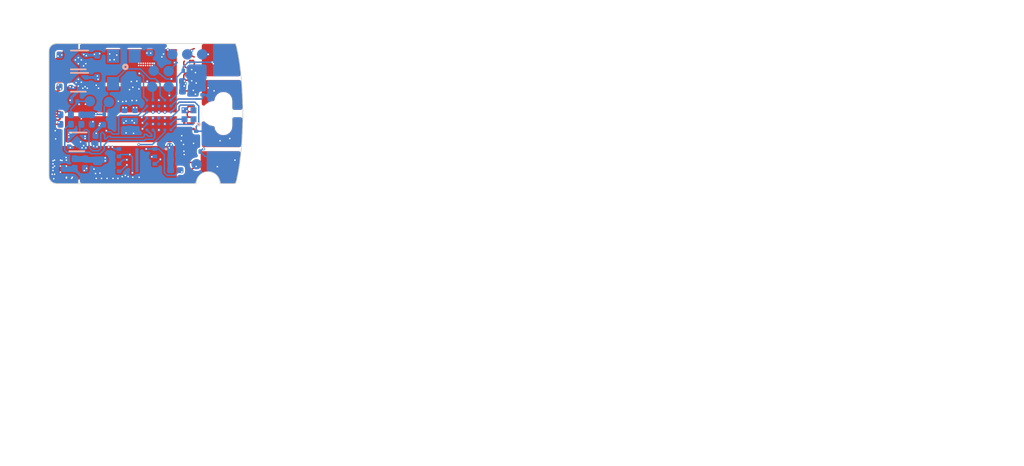
<source format=kicad_pcb>
(kicad_pcb (version 20171130) (host pcbnew "(5.0.1)-3")
  (title_block (title "Tomu, I'm") (date $Id$) (company "Sean 'xobs' Cross <sean@xobs.io>") (comment 1 "License: CC-BY-SA 4.0 or TAPR") (comment 2 http://tomu.im) (comment 3 https://github.com/im-tomu/fomu-hardware))
  (layers (0 F.Cu signal) (1 In1.Cu signal) (2 In2.Cu signal) (31 B.Cu signal) (34 B.Paste user) (35 F.Paste user) (36 B.SilkS user) (37 F.SilkS user) (38 B.Mask user) (39 F.Mask user) (44 Edge.Cuts user))
  (net 0 "")
  (net 1 GND)
  (net 2 +3V3)
  (net 3 /SPI_MISO)
  (net 4 /SPI_CS)
  (net 5 /SPI_CLK)
  (net 6 /SPI_IO2)
  (net 7 /SPI_IO3)
  (net 8 /CRESET)
  (net 9 /CDONE)
  (net 10 /ICE_USBN)
  (net 11 /ICE_USBP)
  (net 12 +5V)
  (net 13 /SPI_MOSI)
  (net 14 /OSC_IN)
  (net 15 /PU_CTRL_USBP)
  (net 16 /VCCPLL)
  (net 17 +1V2)
  (net 18 +2V5)
  (net 19 /TOUCH_4)
  (net 20 /TOUCH_1)
  (net 21 /TOUCH_2)
  (net 22 /TOUCH_3)
  (net 23 /LED_B)
  (net 24 /LED_G)
  (net 25 /LED_R)
  (net 26 /USB_P)
  (net 27 /USB_N)
  (net 28 "Net-(U5-PadE3)")
  (net 29 "Net-(U5-PadB3)")
  (net 30 "Net-(U5-PadC3)")
  (net 31 "Net-(U7-Pad1)")
  (module tomu-fpga:XTAL-2520 (layer B.Cu) (at 22.05 18.865 270)
    (fp_text reference U7 hide)
    (fp_text value "Crystal Oscillator")
    (pad 2 smd rect (at 0.925 -0.725 90) (size 0.9 0.8) (layers B.Cu B.Paste B.Mask) (net 1 GND))
    (pad 3 smd rect (at 0.925 0.725 90) (size 0.9 0.8) (layers B.Cu B.Paste B.Mask) (net 14 /OSC_IN))
    (pad 4 smd rect (at -0.925 0.725 90) (size 0.9 0.8) (layers B.Cu B.Paste B.Mask) (net 2 +3V3))
    (pad 1 smd rect (at -0.925 -0.725 90) (size 0.9 0.8) (layers B.Cu B.Paste B.Mask) (net 31 "Net-(U7-Pad1)"))
  )
  (module tomu-fpga:LED-RGB-5DS-UHD1110-FKA (layer B.Cu) (at 26.42 21.88 90)
    (fp_text reference U10 hide)
    (fp_text value RGB-LED)
    (pad 4 smd rect (at 0.3 -0.3 90) (size 0.4 0.4) (layers B.Cu B.Paste B.Mask) (net 2 +3V3))
    (pad 3 smd rect (at -0.3 -0.3 90) (size 0.4 0.4) (layers B.Cu B.Paste B.Mask) (net 25 /LED_R))
    (pad 1 smd rect (at 0.3 0.3 90) (size 0.4 0.4) (layers B.Cu B.Paste B.Mask) (net 23 /LED_B))
    (pad 2 smd rect (at -0.3 0.3 90) (size 0.4 0.4) (layers B.Cu B.Paste B.Mask) (net 24 /LED_G))
  )
  (module tomu-fpga:USB-PCB (layer F.Cu) (at 16.85 27.35)
    (fp_text reference U9 hide)
    (fp_text value USB-B hide)
    (pad 4 connect rect (at 0.75 -8.125 180) (size 1 1) (layers F.Cu F.Mask) (net 1 GND))
    (pad 1 connect rect (at 0.75 -2.875 180) (size 1 1) (layers F.Cu F.Mask) (net 12 +5V))
    (pad 4 connect trapezoid (at 0.75 -8.75 180) (size 1 1.25) (rect_delta 1 0) (layers F.Cu F.Mask) (net 1 GND))
    (pad 1 connect trapezoid (at 0.75 -2.25 180) (size 1 1.25) (rect_delta 1 0) (layers F.Cu F.Mask) (net 12 +5V))
    (pad 3 connect rect (at 5 -6.5) (size 7.5 1.75) (layers F.Cu F.Mask) (net 26 /USB_P))
    (pad 2 connect rect (at 5 -4.5) (size 7.5 1.75) (layers F.Cu F.Mask) (net 27 /USB_N))
    (pad 4 connect rect (at 5 -8.75) (size 7.5 2.25) (layers F.Cu F.Mask) (net 1 GND))
    (pad 1 connect rect (at 5 -2.25) (size 7.5 2.25) (layers F.Cu F.Mask) (net 12 +5V))
  )
  (module tomu-fpga:iCE40UP5K-UWG30 (layer B.Cu) (at 24.4 21.9)
    (fp_text reference U5)
    (fp_text value ICE40UP5K-UWG30)
    (pad D5 smd circle (at 0.8 -0.2) (size 0.2 0.2) (layers B.Cu B.Paste B.Mask) (net 21 /TOUCH_2))
    (pad D4 smd circle (at 0.4 -0.2) (size 0.23 0.23) (layers B.Cu B.Paste B.Mask) (net 18 +2V5))
    (pad C5 smd circle (at 0.8 0.2) (size 0.2 0.2) (layers B.Cu B.Paste B.Mask) (net 23 /LED_B))
    (pad C4 smd circle (at 0.4 0.2) (size 0.23 0.23) (layers B.Cu B.Paste B.Mask) (net 2 +3V3))
    (pad F4 smd circle (at 0.4 -1) (size 0.2 0.2) (layers B.Cu B.Paste B.Mask) (net 14 /OSC_IN))
    (pad E4 smd circle (at 0.4 -0.6) (size 0.23 0.23) (layers B.Cu B.Paste B.Mask) (net 20 /TOUCH_1))
    (pad E5 smd circle (at 0.8 -0.6) (size 0.2 0.2) (layers B.Cu B.Paste B.Mask) (net 22 /TOUCH_3))
    (pad F5 smd circle (at 0.8 -1) (size 0.2 0.2) (layers B.Cu B.Paste B.Mask) (net 19 /TOUCH_4))
    (pad A4 smd circle (at 0.4 1) (size 0.2 0.2) (layers B.Cu B.Paste B.Mask) (net 15 /PU_CTRL_USBP))
    (pad B4 smd circle (at 0.4 0.6) (size 0.23 0.23) (layers B.Cu B.Paste B.Mask) (net 1 GND))
    (pad A5 smd circle (at 0.8 1) (size 0.2 0.2) (layers B.Cu B.Paste B.Mask) (net 24 /LED_G))
    (pad B5 smd circle (at 0.8 0.6) (size 0.2 0.2) (layers B.Cu B.Paste B.Mask) (net 25 /LED_R))
    (pad F1 smd circle (at -0.8 -1) (size 0.2 0.2) (layers B.Cu B.Paste B.Mask) (net 13 /SPI_MOSI))
    (pad E1 smd circle (at -0.8 -0.6) (size 0.2 0.2) (layers B.Cu B.Paste B.Mask) (net 3 /SPI_MISO))
    (pad D1 smd circle (at -0.8 -0.2) (size 0.2 0.2) (layers B.Cu B.Paste B.Mask) (net 5 /SPI_CLK))
    (pad A1 smd circle (at -0.8 1) (size 0.2 0.2) (layers B.Cu B.Paste B.Mask) (net 11 /ICE_USBP))
    (pad B1 smd circle (at -0.8 0.6) (size 0.2 0.2) (layers B.Cu B.Paste B.Mask) (net 7 /SPI_IO3))
    (pad C1 smd circle (at -0.8 0.2) (size 0.2 0.2) (layers B.Cu B.Paste B.Mask) (net 4 /SPI_CS))
    (pad F2 smd circle (at -0.4 -1) (size 0.2 0.2) (layers B.Cu B.Paste B.Mask) (net 6 /SPI_IO2))
    (pad E2 smd circle (at -0.4 -0.6) (size 0.23 0.23) (layers B.Cu B.Paste B.Mask) (net 1 GND))
    (pad D2 smd circle (at -0.4 -0.2) (size 0.23 0.23) (layers B.Cu B.Paste B.Mask) (net 2 +3V3))
    (pad A2 smd circle (at -0.4 1) (size 0.2 0.2) (layers B.Cu B.Paste B.Mask) (net 10 /ICE_USBN))
    (pad B2 smd circle (at -0.4 0.6) (size 0.23 0.23) (layers B.Cu B.Paste B.Mask) (net 16 /VCCPLL))
    (pad C2 smd circle (at -0.4 0.2) (size 0.23 0.23) (layers B.Cu B.Paste B.Mask) (net 17 +1V2))
    (pad F3 smd circle (at 0 -1) (size 0.23 0.23) (layers B.Cu B.Paste B.Mask) (net 8 /CRESET))
    (pad E3 smd circle (at 0 -0.6) (size 0.2 0.2) (layers B.Cu B.Paste B.Mask) (net 28 "Net-(U5-PadE3)"))
    (pad D3 smd circle (at 0 -0.2) (size 0.23 0.23) (layers B.Cu B.Paste B.Mask) (net 9 /CDONE))
    (pad A3 smd circle (at 0 1) (size 0.23 0.23) (layers B.Cu B.Paste B.Mask) (net 2 +3V3))
    (pad B3 smd circle (at 0 0.6) (size 0.2 0.2) (layers B.Cu B.Paste B.Mask) (net 29 "Net-(U5-PadB3)"))
    (pad C3 smd circle (at 0 0.2) (size 0.23 0.23) (layers B.Cu B.Paste B.Mask) (net 30 "Net-(U5-PadC3)"))
  )
  (module tomu-fpga:C_0402_1005Metric (layer B.Cu) (at 20.3 25.46 90)
    (fp_text reference C22 hide)
    (fp_text value "0402, 10uF, 6.3V, X5R, 20%")
    (pad 2 smd roundrect (at 0.485 0 90) (size 0.59 0.64) (layers B.Cu B.Paste B.Mask) (net 16 /VCCPLL))
    (pad 1 smd roundrect (at -0.485 0 90) (size 0.59 0.64) (layers B.Cu B.Paste B.Mask) (net 1 GND))
  )
  (module tomu-fpga:C_0201_0603Metric (layer B.Cu) (at 18.75 25.15 90)
    (fp_text reference C23 hide)
    (fp_text value "0201, 100nF, 10V, X5R, 20%")
    (pad 1 smd roundrect (at -0.32 0 90) (size 0.46 0.4) (layers B.Cu B.Mask) (net 1 GND))
    (pad 2 smd roundrect (at 0.32 0 90) (size 0.46 0.4) (layers B.Cu B.Mask) (net 16 /VCCPLL))
  )
  (module tomu-fpga:R_0201_0603Metric (layer B.Cu) (at 19.45 25.155 90)
    (fp_text reference R10 hide)
    (fp_text value "0201, 100ohm, 1/16W, 1%")
    (pad 1 smd roundrect (at -0.32 0 90) (size 0.46 0.4) (layers B.Cu B.Mask) (net 17 +1V2))
    (pad 2 smd roundrect (at 0.32 0 90) (size 0.46 0.4) (layers B.Cu B.Mask) (net 16 /VCCPLL))
  )
  (module tomu-fpga:TVS-11V (layer B.Cu) (at 19.05 26.125)
    (fp_text reference D5 hide)
    (fp_text value VCUT05E1-SD0)
    (pad 2 smd roundrect (at 0.2 0) (size 0.14 0.24) (layers B.Cu B.Paste B.Mask) (net 1 GND))
    (pad 1 smd roundrect (at -0.2 0) (size 0.14 0.24) (layers B.Cu B.Paste B.Mask) (net 12 +5V))
  )
  (module tomu-fpga:SON50P300X200X60-9N (layer B.Cu) (at 22.925 24.925 180)
    (fp_text reference U4 hide)
    (fp_text value "SPI Flash" hide)
    (pad 9 smd rect (at 0 0 180) (size 0.2 1.6) (layers B.Cu B.Paste B.Mask))
    (pad 8 smd rect (at 1.2 0.75) (size 0.3 0.25) (layers B.Cu B.Paste B.Mask) (net 2 +3V3))
    (pad 7 smd rect (at 1.2 0.25) (size 0.3 0.25) (layers B.Cu B.Paste B.Mask) (net 7 /SPI_IO3))
    (pad 6 smd rect (at 1.2 -0.25) (size 0.3 0.25) (layers B.Cu B.Paste B.Mask) (net 5 /SPI_CLK))
    (pad 5 smd rect (at 1.2 -0.75) (size 0.3 0.25) (layers B.Cu B.Paste B.Mask) (net 13 /SPI_MOSI))
    (pad 4 smd rect (at -1.2 -0.75 180) (size 0.3 0.25) (layers B.Cu B.Paste B.Mask) (net 1 GND))
    (pad 3 smd rect (at -1.2 -0.25 180) (size 0.3 0.25) (layers B.Cu B.Paste B.Mask) (net 6 /SPI_IO2))
    (pad 2 smd rect (at -1.2 0.25 180) (size 0.3 0.25) (layers B.Cu B.Paste B.Mask) (net 3 /SPI_MISO))
    (pad 1 smd rect (at -1.2 0.75 180) (size 0.3 0.25) (layers B.Cu B.Paste B.Mask) (net 4 /SPI_CS))
  )
  (module tomu-fpga:X1-DFN1006-2 (layer B.Cu) (at 20.925 21.85)
    (fp_text reference D6 hide)
    (fp_text value D5V0L1B2LP3-7)
    (pad 1 smd roundrect (at -0.19 0) (size 0.23 0.3) (layers B.Cu B.Paste B.Mask) (net 26 /USB_P))
    (pad 2 smd roundrect (at 0.19 0) (size 0.23 0.3) (layers B.Cu B.Paste B.Mask) (net 1 GND))
  )
  (module tomu-fpga:X1-DFN1006-2 (layer B.Cu) (at 18.725 20.975 180)
    (fp_text reference D7 hide)
    (fp_text value D5V0L1B2LP3-7)
    (pad 1 smd roundrect (at -0.19 0 180) (size 0.23 0.3) (layers B.Cu B.Paste B.Mask) (net 27 /USB_N))
    (pad 2 smd roundrect (at 0.19 0 180) (size 0.23 0.3) (layers B.Cu B.Paste B.Mask) (net 1 GND))
  )
  (module tomu-fpga:X1-DFN1006-2 (layer B.Cu) (at 26.975 24.35 180)
    (fp_text reference D1 hide)
    (fp_text value D5V0L1B2LP3-7)
    (pad 1 smd roundrect (at -0.19 0 180) (size 0.23 0.3) (layers B.Cu B.Paste B.Mask) (net 20 /TOUCH_1))
    (pad 2 smd roundrect (at 0.19 0 180) (size 0.23 0.3) (layers B.Cu B.Paste B.Mask) (net 1 GND))
  )
  (module tomu-fpga:X1-DFN1006-2 (layer B.Cu) (at 26.9 23.175 270)
    (fp_text reference D2 hide)
    (fp_text value D5V0L1B2LP3-7)
    (pad 1 smd roundrect (at -0.19 0 270) (size 0.23 0.3) (layers B.Cu B.Paste B.Mask) (net 21 /TOUCH_2))
    (pad 2 smd roundrect (at 0.19 0 270) (size 0.23 0.3) (layers B.Cu B.Paste B.Mask) (net 1 GND))
  )
  (module tomu-fpga:X1-DFN1006-2 (layer B.Cu) (at 26.225 18.925)
    (fp_text reference D3 hide)
    (fp_text value D5V0L1B2LP3-7)
    (pad 1 smd roundrect (at -0.19 0) (size 0.23 0.3) (layers B.Cu B.Paste B.Mask) (net 19 /TOUCH_4))
    (pad 2 smd roundrect (at 0.19 0) (size 0.23 0.3) (layers B.Cu B.Paste B.Mask) (net 1 GND))
  )
  (module tomu-fpga:X1-DFN1006-2 (layer B.Cu) (at 27.325 20.35 90)
    (fp_text reference D4 hide)
    (fp_text value D5V0L1B2LP3-7)
    (pad 1 smd roundrect (at -0.19 0 90) (size 0.23 0.3) (layers B.Cu B.Paste B.Mask) (net 22 /TOUCH_3))
    (pad 2 smd roundrect (at 0.19 0 90) (size 0.23 0.3) (layers B.Cu B.Paste B.Mask) (net 1 GND))
  )
  (module tomu-fpga:Texas_X2SON-4_1x1mm_P0.65mm (layer B.Cu) (at 19 19.7 180)
    (fp_text reference U3 hide)
    (fp_text value LDO-X2SON-2.5V)
    (pad 5 smd rect (at 0 0 135) (size 0.58 0.58) (layers B.Cu B.Paste B.Mask) (net 1 GND))
    (pad 2 smd custom (at -0.43 -0.325 180) (size 0.148492 0.148492) (layers B.Cu) (net 1 GND) (options (clearance outline) (anchor circle)) (primitives (gr_poly (pts (xy 0.23 -0.054289) (xy 0.23 -0.155) (xy -0.23 -0.155) (xy -0.23 0.155) (xy 0.020711 0.155)) (width 0))))
    (pad 3 smd custom (at 0.43 -0.325 180) (size 0.148492 0.148492) (layers B.Cu) (net 2 +3V3) (options (clearance outline) (anchor circle)) (primitives (gr_poly (pts (xy 0.23 -0.155) (xy 0.23 0.155) (xy -0.020711 0.155) (xy -0.23 -0.054289) (xy -0.23 -0.155)) (width 0))))
    (pad 4 smd custom (at 0.43 0.325 180) (size 0.148492 0.148492) (layers B.Cu) (net 12 +5V) (options (clearance outline) (anchor circle)) (primitives (gr_poly (pts (xy -0.23 0.155) (xy 0.23 0.155) (xy 0.23 -0.155) (xy -0.020711 -0.155) (xy -0.23 0.054289)) (width 0))))
    (pad 1 smd custom (at -0.43 0.325 180) (size 0.148492 0.148492) (layers B.Cu) (net 18 +2V5) (options (clearance outline) (anchor circle)) (primitives (gr_poly (pts (xy 0.23 0.155) (xy -0.23 0.155) (xy -0.23 -0.155) (xy 0.020711 -0.155) (xy 0.23 0.054289)) (width 0))))
  )
  (module tomu-fpga:C_0201_0603Metric (layer B.Cu) (at 25.5 24.2 180)
    (fp_text reference C28 hide)
    (fp_text value "0201, 100nF, 10V, X5R, 20%")
    (pad 1 smd roundrect (at -0.32 0 180) (size 0.46 0.4) (layers B.Cu B.Mask) (net 1 GND))
    (pad 2 smd roundrect (at 0.32 0 180) (size 0.46 0.4) (layers B.Cu B.Mask) (net 2 +3V3))
  )
  (module tomu-fpga:Texas_X2SON-4_1x1mm_P0.65mm (layer B.Cu) (at 18.9 23.7 180)
    (fp_text reference U2 hide)
    (fp_text value LDO-X2SON-3.3V)
    (pad 5 smd rect (at 0 0 135) (size 0.58 0.58) (layers B.Cu B.Paste B.Mask) (net 1 GND))
    (pad 2 smd custom (at -0.43 -0.325 180) (size 0.148492 0.148492) (layers B.Cu) (net 1 GND) (options (clearance outline) (anchor circle)) (primitives (gr_poly (pts (xy 0.23 -0.054289) (xy 0.23 -0.155) (xy -0.23 -0.155) (xy -0.23 0.155) (xy 0.020711 0.155)) (width 0))))
    (pad 3 smd custom (at 0.43 -0.325 180) (size 0.148492 0.148492) (layers B.Cu) (net 17 +1V2) (options (clearance outline) (anchor circle)) (primitives (gr_poly (pts (xy 0.23 -0.155) (xy 0.23 0.155) (xy -0.020711 0.155) (xy -0.23 -0.054289) (xy -0.23 -0.155)) (width 0))))
    (pad 4 smd custom (at 0.43 0.325 180) (size 0.148492 0.148492) (layers B.Cu) (net 12 +5V) (options (clearance outline) (anchor circle)) (primitives (gr_poly (pts (xy -0.23 0.155) (xy 0.23 0.155) (xy 0.23 -0.155) (xy -0.020711 -0.155) (xy -0.23 0.054289)) (width 0))))
    (pad 1 smd custom (at -0.43 0.325 180) (size 0.148492 0.148492) (layers B.Cu) (net 2 +3V3) (options (clearance outline) (anchor circle)) (primitives (gr_poly (pts (xy 0.23 0.155) (xy -0.23 0.155) (xy -0.23 -0.155) (xy 0.020711 -0.155) (xy 0.23 0.054289)) (width 0))))
  )
  (module tomu-fpga:nothing (layer F.Cu) (at 26.85 19.31)
    (fp_text reference XX3 hide)
    (fp_text value "ESD Bag" hide)
  )
  (module tomu-fpga:testpoint (layer B.Cu) (at 26.3 17.825)
    (fp_text reference TP3 hide)
    (fp_text value Testpoint hide)
    (pad 1 smd circle (at 0 0) (size 0.7 0.7) (layers B.Cu B.Mask) (net 3 /SPI_MISO))
  )
  (module tomu-fpga:nothing (layer F.Cu) (at 15.3 32.4)
    (fp_text reference XX2 hide)
    (fp_text value Case hide)
  )
  (module tomu-fpga:soldermask-removal (layer F.Cu) (at 28.8 21.9)
    (fp_text reference XX1 hide)
    (fp_text value "Touchpad Mask Removal" hide)
  )
  (module tomu-fpga:captouch-edge (layer F.Cu) (at 28.1 21.8 180)
    (fp_text reference SW2 hide)
    (fp_text value "Captouch Pads")
    (pad 1 smd circle (at 0 -3.5 180) (size 0.1 0.1) (layers F.Cu F.Mask) (net 20 /TOUCH_1))
    (pad 2 smd circle (at 0 -1.3 180) (size 0.1 0.1) (layers F.Cu F.Mask) (net 21 /TOUCH_2))
    (pad 3 smd circle (at 0 1.3 180) (size 0.1 0.1) (layers F.Cu F.Mask) (net 22 /TOUCH_3))
    (pad 4 smd circle (at 0 3.5 180) (size 0.1 0.1) (layers F.Cu F.Mask) (net 19 /TOUCH_4))
  )
  (module tomu-fpga:C_0201_0603Metric (layer B.Cu) (at 17.74 18.185 90)
    (fp_text reference C1 hide)
    (fp_text value "0201, 1uF, 10V, X5R, 20%")
    (pad 1 smd roundrect (at -0.32 0 90) (size 0.46 0.4) (layers B.Cu B.Mask) (net 12 +5V))
    (pad 2 smd roundrect (at 0.32 0 90) (size 0.46 0.4) (layers B.Cu B.Mask) (net 1 GND))
  )
  (module tomu-fpga:C_0201_0603Metric (layer B.Cu) (at 24.11 17.745 180)
    (fp_text reference C11 hide)
    (fp_text value "0201, 100nF, 10V, X5R, 20%")
    (pad 1 smd roundrect (at -0.32 0 180) (size 0.46 0.4) (layers B.Cu B.Mask) (net 1 GND))
    (pad 2 smd roundrect (at 0.32 0 180) (size 0.46 0.4) (layers B.Cu B.Mask) (net 2 +3V3))
  )
  (module tomu-fpga:C_0201_0603Metric (layer B.Cu) (at 22.1 21.225 90)
    (fp_text reference C17 hide)
    (fp_text value "0201, 1uF, 10V, X5R, 20%")
    (pad 1 smd roundrect (at -0.32 0 90) (size 0.46 0.4) (layers B.Cu B.Mask) (net 17 +1V2))
    (pad 2 smd roundrect (at 0.32 0 90) (size 0.46 0.4) (layers B.Cu B.Mask) (net 1 GND))
  )
  (module tomu-fpga:C_0201_0603Metric (layer B.Cu) (at 22.8 21.225 90)
    (fp_text reference C20 hide)
    (fp_text value "0201, 100nF, 10V, X5R, 20%")
    (pad 1 smd roundrect (at -0.32 0 90) (size 0.46 0.4) (layers B.Cu B.Mask) (net 17 +1V2))
    (pad 2 smd roundrect (at 0.32 0 90) (size 0.46 0.4) (layers B.Cu B.Mask) (net 1 GND))
  )
  (module tomu-fpga:C_0201_0603Metric (layer B.Cu) (at 26.3 20.325)
    (fp_text reference C21 hide)
    (fp_text value "0201, 100nF, 10V, X5R, 20%")
    (pad 1 smd roundrect (at -0.32 0) (size 0.46 0.4) (layers B.Cu B.Mask) (net 18 +2V5))
    (pad 2 smd roundrect (at 0.32 0) (size 0.46 0.4) (layers B.Cu B.Mask) (net 1 GND))
  )
  (module tomu-fpga:C_0201_0603Metric (layer B.Cu) (at 25.5 24.9 180)
    (fp_text reference C24 hide)
    (fp_text value "0201, 1uF, 10V, X5R, 20%")
    (pad 1 smd roundrect (at -0.32 0 180) (size 0.46 0.4) (layers B.Cu B.Mask) (net 1 GND))
    (pad 2 smd roundrect (at 0.32 0 180) (size 0.46 0.4) (layers B.Cu B.Mask) (net 2 +3V3))
  )
  (module tomu-fpga:C_0201_0603Metric (layer B.Cu) (at 26.3 19.625)
    (fp_text reference C25 hide)
    (fp_text value "0201, 1uF, 10V, X5R, 20%")
    (pad 1 smd roundrect (at -0.32 0) (size 0.46 0.4) (layers B.Cu B.Mask) (net 18 +2V5))
    (pad 2 smd roundrect (at 0.32 0) (size 0.46 0.4) (layers B.Cu B.Mask) (net 1 GND))
  )
  (module tomu-fpga:C_0201_0603Metric (layer B.Cu) (at 18.05 25.15 270)
    (fp_text reference C2 hide)
    (fp_text value "0201, 1uF, 10V, X5R, 20%")
    (pad 1 smd roundrect (at -0.32 0 270) (size 0.46 0.4) (layers B.Cu B.Mask) (net 12 +5V))
    (pad 2 smd roundrect (at 0.32 0 270) (size 0.46 0.4) (layers B.Cu B.Mask) (net 1 GND))
  )
  (module tomu-fpga:C_0201_0603Metric (layer B.Cu) (at 17.74 19.695 270)
    (fp_text reference C3 hide)
    (fp_text value "0201, 1uF, 10V, X5R, 20%")
    (pad 1 smd roundrect (at -0.32 0 270) (size 0.46 0.4) (layers B.Cu B.Mask) (net 12 +5V))
    (pad 2 smd roundrect (at 0.32 0 270) (size 0.46 0.4) (layers B.Cu B.Mask) (net 1 GND))
  )
  (module tomu-fpga:C_0201_0603Metric (layer B.Cu) (at 20.95 22.545)
    (fp_text reference C4 hide)
    (fp_text value "0201, 100nF, 10V, X5R, 20%")
    (pad 1 smd roundrect (at -0.32 0) (size 0.46 0.4) (layers B.Cu B.Mask) (net 2 +3V3))
    (pad 2 smd roundrect (at 0.32 0) (size 0.46 0.4) (layers B.Cu B.Mask) (net 1 GND))
  )
  (module tomu-fpga:C_0201_0603Metric (layer B.Cu) (at 22.1 22.625 270)
    (fp_text reference C5 hide)
    (fp_text value "0201, 1uF, 10V, X5R, 20%")
    (pad 1 smd roundrect (at -0.32 0 270) (size 0.46 0.4) (layers B.Cu B.Mask) (net 2 +3V3))
    (pad 2 smd roundrect (at 0.32 0 270) (size 0.46 0.4) (layers B.Cu B.Mask) (net 1 GND))
  )
  (module tomu-fpga:C_0201_0603Metric (layer B.Cu) (at 22.8 22.625 270)
    (fp_text reference C7 hide)
    (fp_text value "0201, 100nF, 10V, X5R, 20%")
    (pad 1 smd roundrect (at -0.32 0 270) (size 0.46 0.4) (layers B.Cu B.Mask) (net 2 +3V3))
    (pad 2 smd roundrect (at 0.32 0 270) (size 0.46 0.4) (layers B.Cu B.Mask) (net 1 GND))
  )
  (module tomu-fpga:C_0201_0603Metric (layer B.Cu) (at 20.26 18.205 270)
    (fp_text reference C8 hide)
    (fp_text value "0201, 1uF, 10V, X5R, 20%")
    (pad 1 smd roundrect (at -0.32 0 270) (size 0.46 0.4) (layers B.Cu B.Mask) (net 17 +1V2))
    (pad 2 smd roundrect (at 0.32 0 270) (size 0.46 0.4) (layers B.Cu B.Mask) (net 1 GND))
  )
  (module tomu-fpga:C_0201_0603Metric (layer B.Cu) (at 20.15 23.595 270)
    (fp_text reference C9 hide)
    (fp_text value "0201, 1uF, 10V, X5R, 20%")
    (pad 1 smd roundrect (at -0.32 0 270) (size 0.46 0.4) (layers B.Cu B.Mask) (net 2 +3V3))
    (pad 2 smd roundrect (at 0.32 0 270) (size 0.46 0.4) (layers B.Cu B.Mask) (net 1 GND))
  )
  (module tomu-fpga:C_0201_0603Metric (layer B.Cu) (at 20.26 19.68 270)
    (fp_text reference C10 hide)
    (fp_text value "0201, 1uF, 10V, X5R, 20%")
    (pad 1 smd roundrect (at -0.32 0 270) (size 0.46 0.4) (layers B.Cu B.Mask) (net 18 +2V5))
    (pad 2 smd roundrect (at 0.32 0 270) (size 0.46 0.4) (layers B.Cu B.Mask) (net 1 GND))
  )
  (module tomu-fpga:R_0201_0603Metric (layer B.Cu) (at 18.5 22.2 90)
    (fp_text reference R11 hide)
    (fp_text value "0201, 22ohm, 1/16W, 1%")
    (pad 1 smd roundrect (at -0.32 0 90) (size 0.46 0.4) (layers B.Cu B.Mask) (net 10 /ICE_USBN))
    (pad 2 smd roundrect (at 0.32 0 90) (size 0.46 0.4) (layers B.Cu B.Mask) (net 27 /USB_N))
  )
  (module tomu-fpga:R_0201_0603Metric (layer B.Cu) (at 17.8 22.2 270)
    (fp_text reference R1 hide)
    (fp_text value "0201, 10k, 1/16W")
    (pad 1 smd roundrect (at -0.32 0 270) (size 0.46 0.4) (layers B.Cu B.Mask) (net 8 /CRESET))
    (pad 2 smd roundrect (at 0.32 0 270) (size 0.46 0.4) (layers B.Cu B.Mask) (net 2 +3V3))
  )
  (module tomu-fpga:R_0201_0603Metric (layer B.Cu) (at 25.5 25.6 180)
    (fp_text reference R5 hide)
    (fp_text value "0201, 10k, 1/16W")
    (pad 1 smd roundrect (at -0.32 0 180) (size 0.46 0.4) (layers B.Cu B.Mask) (net 4 /SPI_CS))
    (pad 2 smd roundrect (at 0.32 0 180) (size 0.46 0.4) (layers B.Cu B.Mask) (net 2 +3V3))
  )
  (module tomu-fpga:R_0201_0603Metric (layer B.Cu) (at 19.2 22.2 90)
    (fp_text reference R12 hide)
    (fp_text value "0201, 22ohm, 1/16W, 1%")
    (pad 1 smd roundrect (at -0.32 0 90) (size 0.46 0.4) (layers B.Cu B.Mask) (net 11 /ICE_USBP))
    (pad 2 smd roundrect (at 0.32 0 90) (size 0.46 0.4) (layers B.Cu B.Mask) (net 26 /USB_P))
  )
  (module tomu-fpga:R_0201_0603Metric (layer B.Cu) (at 19.9 22.2 90)
    (fp_text reference R9 hide)
    (fp_text value "0201, 1.5k, 1/16W, 1%")
    (pad 1 smd roundrect (at -0.32 0 90) (size 0.46 0.4) (layers B.Cu B.Mask) (net 15 /PU_CTRL_USBP))
    (pad 2 smd roundrect (at 0.32 0 90) (size 0.46 0.4) (layers B.Cu B.Mask) (net 26 /USB_P))
  )
  (module tomu-fpga:Texas_X2SON-4_1x1mm_P0.65mm (layer B.Cu) (at 19 18.2 180)
    (fp_text reference U1 hide)
    (fp_text value LDO-X2SON-1.2V)
    (pad 5 smd rect (at 0 0 135) (size 0.58 0.58) (layers B.Cu B.Paste B.Mask) (net 1 GND))
    (pad 2 smd custom (at -0.43 -0.325 180) (size 0.148492 0.148492) (layers B.Cu) (net 1 GND) (options (clearance outline) (anchor circle)) (primitives (gr_poly (pts (xy 0.23 -0.054289) (xy 0.23 -0.155) (xy -0.23 -0.155) (xy -0.23 0.155) (xy 0.020711 0.155)) (width 0))))
    (pad 3 smd custom (at 0.43 -0.325 180) (size 0.148492 0.148492) (layers B.Cu) (net 12 +5V) (options (clearance outline) (anchor circle)) (primitives (gr_poly (pts (xy 0.23 -0.155) (xy 0.23 0.155) (xy -0.020711 0.155) (xy -0.23 -0.054289) (xy -0.23 -0.155)) (width 0))))
    (pad 4 smd custom (at 0.43 0.325 180) (size 0.148492 0.148492) (layers B.Cu) (net 12 +5V) (options (clearance outline) (anchor circle)) (primitives (gr_poly (pts (xy -0.23 0.155) (xy 0.23 0.155) (xy 0.23 -0.155) (xy -0.020711 -0.155) (xy -0.23 0.054289)) (width 0))))
    (pad 1 smd custom (at -0.43 0.325 180) (size 0.148492 0.148492) (layers B.Cu) (net 17 +1V2) (options (clearance outline) (anchor circle)) (primitives (gr_poly (pts (xy 0.23 0.155) (xy -0.23 0.155) (xy -0.23 -0.155) (xy 0.020711 -0.155) (xy 0.23 0.054289)) (width 0))))
  )
  (module tomu-fpga:testpoint (layer B.Cu) (at 25.3 17.825)
    (fp_text reference TP2 hide)
    (fp_text value Testpoint hide)
    (pad 1 smd circle (at 0 0) (size 0.7 0.7) (layers B.Cu B.Mask) (net 13 /SPI_MOSI))
  )
  (module tomu-fpga:testpoint (layer B.Cu) (at 17.6 20.95)
    (fp_text reference TP1 hide)
    (fp_text value Testpoint hide)
    (pad 1 smd circle (at 0 0) (size 0.7 0.7) (layers B.Cu B.Mask) (net 12 +5V))
  )
  (module tomu-fpga:testpoint (layer B.Cu) (at 26.1 23.3)
    (fp_text reference TP12 hide)
    (fp_text value Testpoint hide)
    (pad 1 smd circle (at 0 0) (size 0.7 0.7) (layers B.Cu B.Mask) (net 1 GND))
  )
  (module tomu-fpga:testpoint (layer B.Cu) (at 21.05 21.025)
    (fp_text reference TP11 hide)
    (fp_text value Testpoint hide)
    (pad 1 smd circle (at 0 0) (size 0.7 0.7) (layers B.Cu B.Mask) (net 26 /USB_P))
  )
  (module tomu-fpga:testpoint (layer B.Cu) (at 19.775 20.975)
    (fp_text reference TP10 hide)
    (fp_text value Testpoint hide)
    (pad 1 smd circle (at 0 0) (size 0.7 0.7) (layers B.Cu B.Mask) (net 27 /USB_N))
  )
  (module tomu-fpga:testpoint (layer B.Cu) (at 25.05 20)
    (fp_text reference TP9 hide)
    (fp_text value Testpoint hide)
    (pad 1 smd circle (at 0 0) (size 0.7 0.7) (layers B.Cu B.Mask) (net 9 /CDONE))
  )
  (module tomu-fpga:testpoint (layer B.Cu) (at 24.05 18.915)
    (fp_text reference TP8 hide)
    (fp_text value Testpoint hide)
    (pad 1 smd circle (at 0 0) (size 0.7 0.7) (layers B.Cu B.Mask) (net 8 /CRESET))
  )
  (module tomu-fpga:testpoint (layer B.Cu) (at 26.925 25.2)
    (fp_text reference TP7 hide)
    (fp_text value Testpoint hide)
    (pad 1 smd circle (at 0 0) (size 0.7 0.7) (layers B.Cu B.Mask) (net 7 /SPI_IO3))
  )
  (module tomu-fpga:testpoint (layer B.Cu) (at 23.95 20)
    (fp_text reference TP6 hide)
    (fp_text value Testpoint hide)
    (pad 1 smd circle (at 0 0) (size 0.7 0.7) (layers B.Cu B.Mask) (net 6 /SPI_IO2))
  )
  (module tomu-fpga:testpoint (layer B.Cu) (at 27.3 17.825)
    (fp_text reference TP5 hide)
    (fp_text value Testpoint hide)
    (pad 1 smd circle (at 0 0) (size 0.7 0.7) (layers B.Cu B.Mask) (net 5 /SPI_CLK))
  )
  (module tomu-fpga:testpoint (layer B.Cu) (at 25.05 18.95)
    (fp_text reference TP4 hide)
    (fp_text value Testpoint hide)
    (pad 1 smd circle (at 0 0) (size 0.7 0.7) (layers B.Cu B.Mask) (net 4 /SPI_CS))
  )
  (gr_text PVT10419SG (at 17.55 21.875 90) (layer F.Cu) (effects (font (size 0.5 0.41) (thickness 0.1025))))
  (gr_text "tomu.im FPGA" (at 26.45 26.225 90) (layer F.Cu) (effects (font (size 0.7 0.84) (thickness 0.1)) (justify left)))
  (gr_arc (start 28.725 22.65) (end 28.125 22.65) (angle -180) (layer Edge.Cuts) (width 0.01))
  (gr_arc (start 28.725 20.95) (end 28.125 20.95) (angle 180) (layer Edge.Cuts) (width 0.01))
  (gr_arc (start 28.125 21.8) (end 28.125 22.65) (angle 180) (layer Edge.Cuts) (width 0.01))
  (gr_arc (start 27.7 26.5) (end 26.9 26.5) (angle 180) (layer Edge.Cuts) (width 0.05))
  (gr_line (start 28.5 26.5) (end 29.525 26.5) (layer Edge.Cuts) (width 0.05))
  (gr_line (start 29.325 20.95) (end 29.325 22.65) (layer Edge.Cuts) (width 0.01))
  (gr_arc (start 17.525 17.6) (end 17.025 17.6) (angle 90) (layer Edge.Cuts) (width 0.05))
  (gr_arc (start 17.525 26) (end 17.525 26.5) (angle 90) (layer Edge.Cuts) (width 0.05))
  (gr_line (start 17.025 17.6) (end 17.025 26) (layer Edge.Cuts) (width 0.05))
  (gr_line (start 29.525 17.1) (end 17.525 17.1) (layer Edge.Cuts) (width 0.05))
  (gr_line (start 17.525 26.5) (end 26.9 26.5) (layer Edge.Cuts) (width 0.05))
  (gr_line (start 30.025 21.8) (end 30.025 21.67) (layer Edge.Cuts) (width 0.05))
  (gr_line (start 30.025 21.67) (end 30.025 21.53) (layer Edge.Cuts) (width 0.05))
  (gr_line (start 30.025 21.53) (end 30.025 21.4) (layer Edge.Cuts) (width 0.05))
  (gr_line (start 30.025 21.4) (end 30.025 21.26) (layer Edge.Cuts) (width 0.05))
  (gr_line (start 30.025 21.26) (end 30.015 21.13) (layer Edge.Cuts) (width 0.05))
  (gr_line (start 30.015 21.13) (end 30.015 20.99) (layer Edge.Cuts) (width 0.05))
  (gr_line (start 30.015 20.99) (end 30.015 20.86) (layer Edge.Cuts) (width 0.05))
  (gr_line (start 30.015 20.86) (end 30.005 20.73) (layer Edge.Cuts) (width 0.05))
  (gr_line (start 30.005 20.73) (end 30.005 20.59) (layer Edge.Cuts) (width 0.05))
  (gr_line (start 30.005 20.59) (end 29.995 20.46) (layer Edge.Cuts) (width 0.05))
  (gr_line (start 29.995 20.46) (end 29.985 20.33) (layer Edge.Cuts) (width 0.05))
  (gr_line (start 29.985 20.33) (end 29.985 20.2) (layer Edge.Cuts) (width 0.05))
  (gr_line (start 29.985 20.2) (end 29.975 20.07) (layer Edge.Cuts) (width 0.05))
  (gr_line (start 29.975 20.07) (end 29.965 19.95) (layer Edge.Cuts) (width 0.05))
  (gr_line (start 29.965 19.95) (end 29.955 19.82) (layer Edge.Cuts) (width 0.05))
  (gr_line (start 29.955 19.82) (end 29.945 19.7) (layer Edge.Cuts) (width 0.05))
  (gr_line (start 29.945 19.7) (end 29.935 19.57) (layer Edge.Cuts) (width 0.05))
  (gr_line (start 29.935 19.57) (end 29.925 19.45) (layer Edge.Cuts) (width 0.05))
  (gr_line (start 29.925 19.45) (end 29.915 19.33) (layer Edge.Cuts) (width 0.05))
  (gr_line (start 29.915 19.33) (end 29.905 19.21) (layer Edge.Cuts) (width 0.05))
  (gr_line (start 29.905 19.21) (end 29.895 19.09) (layer Edge.Cuts) (width 0.05))
  (gr_line (start 29.895 19.09) (end 29.885 18.97) (layer Edge.Cuts) (width 0.05))
  (gr_line (start 29.885 18.97) (end 29.865 18.86) (layer Edge.Cuts) (width 0.05))
  (gr_line (start 29.865 18.86) (end 29.855 18.74) (layer Edge.Cuts) (width 0.05))
  (gr_line (start 29.855 18.74) (end 29.845 18.63) (layer Edge.Cuts) (width 0.05))
  (gr_line (start 29.845 18.63) (end 29.825 18.52) (layer Edge.Cuts) (width 0.05))
  (gr_line (start 29.825 18.52) (end 29.815 18.42) (layer Edge.Cuts) (width 0.05))
  (gr_line (start 29.815 18.42) (end 29.795 18.31) (layer Edge.Cuts) (width 0.05))
  (gr_line (start 29.795 18.31) (end 29.785 18.21) (layer Edge.Cuts) (width 0.05))
  (gr_line (start 29.785 18.21) (end 29.765 18.11) (layer Edge.Cuts) (width 0.05))
  (gr_line (start 29.765 18.11) (end 29.745 18.01) (layer Edge.Cuts) (width 0.05))
  (gr_line (start 29.745 18.01) (end 29.735 17.91) (layer Edge.Cuts) (width 0.05))
  (gr_line (start 29.735 17.91) (end 29.715 17.82) (layer Edge.Cuts) (width 0.05))
  (gr_line (start 29.715 17.82) (end 29.695 17.72) (layer Edge.Cuts) (width 0.05))
  (gr_line (start 29.695 17.72) (end 29.675 17.64) (layer Edge.Cuts) (width 0.05))
  (gr_line (start 29.675 17.64) (end 29.655 17.55) (layer Edge.Cuts) (width 0.05))
  (gr_line (start 29.655 17.55) (end 29.645 17.46) (layer Edge.Cuts) (width 0.05))
  (gr_line (start 29.645 17.46) (end 29.625 17.38) (layer Edge.Cuts) (width 0.05))
  (gr_line (start 29.625 17.38) (end 29.605 17.3) (layer Edge.Cuts) (width 0.05))
  (gr_line (start 29.605 17.3) (end 29.585 17.23) (layer Edge.Cuts) (width 0.05))
  (gr_line (start 29.585 17.23) (end 29.555 17.15) (layer Edge.Cuts) (width 0.05))
  (gr_line (start 29.555 17.15) (end 29.525 17.1) (layer Edge.Cuts) (width 0.05))
  (gr_line (start 29.525 26.5) (end 29.555 26.45) (layer Edge.Cuts) (width 0.05))
  (gr_line (start 29.555 26.45) (end 29.585 26.37) (layer Edge.Cuts) (width 0.05))
  (gr_line (start 29.585 26.37) (end 29.605 26.3) (layer Edge.Cuts) (width 0.05))
  (gr_line (start 29.605 26.3) (end 29.625 26.22) (layer Edge.Cuts) (width 0.05))
  (gr_line (start 29.625 26.22) (end 29.645 26.14) (layer Edge.Cuts) (width 0.05))
  (gr_line (start 29.645 26.14) (end 29.655 26.05) (layer Edge.Cuts) (width 0.05))
  (gr_line (start 29.655 26.05) (end 29.675 25.96) (layer Edge.Cuts) (width 0.05))
  (gr_line (start 29.675 25.96) (end 29.695 25.88) (layer Edge.Cuts) (width 0.05))
  (gr_line (start 29.695 25.88) (end 29.715 25.78) (layer Edge.Cuts) (width 0.05))
  (gr_line (start 29.715 25.78) (end 29.735 25.69) (layer Edge.Cuts) (width 0.05))
  (gr_line (start 29.735 25.69) (end 29.745 25.59) (layer Edge.Cuts) (width 0.05))
  (gr_line (start 29.745 25.59) (end 29.765 25.49) (layer Edge.Cuts) (width 0.05))
  (gr_line (start 29.765 25.49) (end 29.785 25.39) (layer Edge.Cuts) (width 0.05))
  (gr_line (start 29.785 25.39) (end 29.795 25.29) (layer Edge.Cuts) (width 0.05))
  (gr_line (start 29.795 25.29) (end 29.815 25.18) (layer Edge.Cuts) (width 0.05))
  (gr_line (start 29.815 25.18) (end 29.825 25.08) (layer Edge.Cuts) (width 0.05))
  (gr_line (start 29.825 25.08) (end 29.845 24.97) (layer Edge.Cuts) (width 0.05))
  (gr_line (start 29.845 24.97) (end 29.855 24.86) (layer Edge.Cuts) (width 0.05))
  (gr_line (start 29.855 24.86) (end 29.865 24.74) (layer Edge.Cuts) (width 0.05))
  (gr_line (start 29.865 24.74) (end 29.885 24.63) (layer Edge.Cuts) (width 0.05))
  (gr_line (start 29.885 24.63) (end 29.895 24.51) (layer Edge.Cuts) (width 0.05))
  (gr_line (start 29.895 24.51) (end 29.905 24.39) (layer Edge.Cuts) (width 0.05))
  (gr_line (start 29.905 24.39) (end 29.915 24.27) (layer Edge.Cuts) (width 0.05))
  (gr_line (start 29.915 24.27) (end 29.925 24.15) (layer Edge.Cuts) (width 0.05))
  (gr_line (start 29.925 24.15) (end 29.935 24.03) (layer Edge.Cuts) (width 0.05))
  (gr_line (start 29.935 24.03) (end 29.945 23.9) (layer Edge.Cuts) (width 0.05))
  (gr_line (start 29.945 23.9) (end 29.955 23.78) (layer Edge.Cuts) (width 0.05))
  (gr_line (start 29.955 23.78) (end 29.965 23.65) (layer Edge.Cuts) (width 0.05))
  (gr_line (start 29.965 23.65) (end 29.975 23.53) (layer Edge.Cuts) (width 0.05))
  (gr_line (start 29.975 23.53) (end 29.985 23.4) (layer Edge.Cuts) (width 0.05))
  (gr_line (start 29.985 23.4) (end 29.985 23.27) (layer Edge.Cuts) (width 0.05))
  (gr_line (start 29.985 23.27) (end 29.995 23.14) (layer Edge.Cuts) (width 0.05))
  (gr_line (start 29.995 23.14) (end 30.005 23.01) (layer Edge.Cuts) (width 0.05))
  (gr_line (start 30.005 23.01) (end 30.005 22.87) (layer Edge.Cuts) (width 0.05))
  (gr_line (start 30.005 22.87) (end 30.015 22.74) (layer Edge.Cuts) (width 0.05))
  (gr_line (start 30.015 22.74) (end 30.015 22.61) (layer Edge.Cuts) (width 0.05))
  (gr_line (start 30.015 22.61) (end 30.015 22.47) (layer Edge.Cuts) (width 0.05))
  (gr_line (start 30.015 22.47) (end 30.025 22.34) (layer Edge.Cuts) (width 0.05))
  (gr_line (start 30.025 22.34) (end 30.025 22.2) (layer Edge.Cuts) (width 0.05))
  (gr_line (start 30.025 22.2) (end 30.025 22.07) (layer Edge.Cuts) (width 0.05))
  (gr_line (start 30.025 22.07) (end 30.025 21.93) (layer Edge.Cuts) (width 0.05))
  (gr_line (start 30.025 21.93) (end 30.025 21.8) (layer Edge.Cuts) (width 0.05))
  (segment (start 17.45 19.2) (end 18.225 18.425) (width 0.1524) (layer F.Cu) (net 1))
  (segment (start 17.6 18.45) (end 18.2 18.45) (width 0.1524) (layer F.Cu) (net 1))
  (segment (start 18.2 18.45) (end 18.225 18.425) (width 0.1524) (layer F.Cu) (net 1))
  (segment (start 18.225 18.425) (end 18.225 18.6) (width 0.1524) (layer F.Cu) (net 1))
  (segment (start 18.225 18.6) (end 17.6 19.225) (width 0.1524) (layer F.Cu) (net 1))
  (segment (start 21.7 18.6) (end 21.525 18.425) (width 0.1524) (layer F.Cu) (net 1))
  (segment (start 21.525 18.425) (end 18.225 18.425) (width 0.1524) (layer F.Cu) (net 1))
  (segment (start 19.455 20) (end 19.43 20.025) (width 0.1) (layer B.Cu) (net 1))
  (segment (start 20.3 20) (end 19.455 20) (width 0.1) (layer B.Cu) (net 1))
  (via micro (at 23.5 18.425) (size 0.2) (drill 0.1) (layers F.Cu In1.Cu) (net 1))
  (via micro (at 23.65 18.575) (size 0.2) (drill 0.1) (layers F.Cu In1.Cu) (net 1))
  (via micro (at 23.95 18.425) (size 0.2) (drill 0.1) (layers F.Cu In1.Cu) (net 1))
  (via micro (at 23.5 18.575) (size 0.2) (drill 0.1) (layers F.Cu In1.Cu) (net 1))
  (via micro (at 23.35 18.425) (size 0.2) (drill 0.1) (layers F.Cu In1.Cu) (net 1))
  (segment (start 19.42 18.525) (end 19.43 18.525) (width 0.1) (layer B.Cu) (net 1))
  (via micro (at 20.05 25.525) (size 0.2) (drill 0.1) (layers In2.Cu B.Cu) (net 1))
  (via micro (at 19.5 24.1) (size 0.2) (drill 0.1) (layers In2.Cu B.Cu) (net 1))
  (via micro (at 19.25 24.1) (size 0.2) (drill 0.1) (layers In2.Cu B.Cu) (net 1))
  (via micro (at 19.35 23.95) (size 0.2) (drill 0.1) (layers In2.Cu B.Cu) (net 1))
  (via micro (at 19.15 23.7) (size 0.2) (drill 0.1) (layers In2.Cu B.Cu) (net 1))
  (via micro (at 19.6 20.1) (size 0.2) (drill 0.1) (layers In2.Cu B.Cu) (net 1))
  (via micro (at 19.3 20.1) (size 0.2) (drill 0.1) (layers In2.Cu B.Cu) (net 1))
  (via micro (at 19.45 20) (size 0.2) (drill 0.1) (layers In2.Cu B.Cu) (net 1))
  (via micro (at 19 19.95) (size 0.2) (drill 0.1) (layers In2.Cu B.Cu) (net 1))
  (via micro (at 19 19.5) (size 0.2) (drill 0.1) (layers In2.Cu B.Cu) (net 1))
  (via micro (at 19.2 19.7) (size 0.2) (drill 0.1) (layers In2.Cu B.Cu) (net 1))
  (via micro (at 20.35 20.1) (size 0.2) (drill 0.1) (layers In2.Cu B.Cu) (net 1))
  (via micro (at 20.2 19.9) (size 0.2) (drill 0.1) (layers In2.Cu B.Cu) (net 1))
  (via micro (at 19.35 18.6) (size 0.2) (drill 0.1) (layers In2.Cu B.Cu) (net 1))
  (via micro (at 19.5 18.45) (size 0.2) (drill 0.1) (layers In2.Cu B.Cu) (net 1))
  (via micro (at 19 18.45) (size 0.2) (drill 0.1) (layers In2.Cu B.Cu) (net 1))
  (via micro (at 19 18.05) (size 0.2) (drill 0.1) (layers In2.Cu B.Cu) (net 1))
  (via micro (at 18.8 18.2) (size 0.2) (drill 0.1) (layers In2.Cu B.Cu) (net 1))
  (via micro (at 17.89 17.865) (size 0.2) (drill 0.1) (layers In2.Cu B.Cu) (net 1))
  (via micro (at 17.64 17.945) (size 0.2) (drill 0.1) (layers In2.Cu B.Cu) (net 1))
  (via micro (at 17.8 20.15) (size 0.2) (drill 0.1) (layers In2.Cu B.Cu) (net 1))
  (via micro (at 26.6 18.85) (size 0.2) (drill 0.1) (layers In2.Cu B.Cu) (net 1))
  (via micro (at 26.85 19.05) (size 0.2) (drill 0.1) (layers In2.Cu B.Cu) (net 1))
  (via micro (at 26.6 19.6) (size 0.2) (drill 0.1) (layers In2.Cu B.Cu) (net 1))
  (via micro (at 26.9 19.75) (size 0.2) (drill 0.1) (layers In2.Cu B.Cu) (net 1))
  (via micro (at 26.85 20.5) (size 0.2) (drill 0.1) (layers In2.Cu B.Cu) (net 1))
  (via micro (at 22.2 23.1) (size 0.2) (drill 0.1) (layers In2.Cu B.Cu) (net 1))
  (via micro (at 23.8 18.425) (size 0.2) (drill 0.1) (layers F.Cu In1.Cu) (net 1))
  (via micro (at 23.05 18.425) (size 0.2) (drill 0.1) (layers F.Cu In1.Cu) (net 1))
  (via micro (at 23.2 18.425) (size 0.2) (drill 0.1) (layers F.Cu In1.Cu) (net 1))
  (via micro (at 23.2 18.575) (size 0.2) (drill 0.1) (layers F.Cu In1.Cu) (net 1))
  (via micro (at 23.8 18.575) (size 0.2) (drill 0.1) (layers F.Cu In1.Cu) (net 1))
  (via micro (at 23.05 18.575) (size 0.2) (drill 0.1) (layers F.Cu In1.Cu) (net 1))
  (via micro (at 23.65 18.425) (size 0.2) (drill 0.1) (layers F.Cu In1.Cu) (net 1))
  (via micro (at 23.35 18.575) (size 0.2) (drill 0.1) (layers F.Cu In1.Cu) (net 1))
  (via micro (at 22.2 20.975) (size 0.2) (drill 0.1) (layers In2.Cu B.Cu) (net 1))
  (via micro (at 21.975 21) (size 0.2) (drill 0.1) (layers In2.Cu B.Cu) (net 1))
  (segment (start 25.952095 23.733434) (end 25.952095 25.133434) (width 0.2) (layer B.Cu) (net 1))
  (segment (start 19.445 18.54) (end 19.43 18.525) (width 0.2) (layer B.Cu) (net 1))
  (segment (start 20.3 18.54) (end 19.445 18.54) (width 0.2) (layer B.Cu) (net 1))
  (segment (start 19.1 23.7) (end 19.35 23.95) (width 0.2) (layer B.Cu) (net 1))
  (segment (start 18.9 23.7) (end 19.1 23.7) (width 0.2) (layer B.Cu) (net 1))
  (via micro (at 26.1 24.55) (size 0.2) (drill 0.1) (layers In2.Cu B.Cu) (net 1))
  (via micro (at 26.075 24.325) (size 0.2) (drill 0.1) (layers In2.Cu B.Cu) (net 1))
  (segment (start 19.2 24) (end 19.2 24.05) (width 0.4) (layer B.Cu) (net 1))
  (segment (start 18.9 23.7) (end 19.2 24) (width 0.4) (layer B.Cu) (net 1))
  (via micro (at 19.2 18.2) (size 0.2) (drill 0.1) (layers In2.Cu B.Cu) (net 1))
  (via micro (at 22.7 23.125) (size 0.2) (drill 0.1) (layers In2.Cu B.Cu) (net 1))
  (via micro (at 18.85 19.725) (size 0.2) (drill 0.1) (layers In2.Cu B.Cu) (net 1))
  (segment (start 19.45 20) (end 20.3 20) (width 0.4) (layer B.Cu) (net 1))
  (segment (start 20.375 19.925) (end 20.3 20) (width 0.4) (layer B.Cu) (net 1))
  (segment (start 19.105 18.2) (end 19.43 18.525) (width 0.4) (layer B.Cu) (net 1))
  (segment (start 19 18.2) (end 19.105 18.2) (width 0.4) (layer B.Cu) (net 1))
  (via micro (at 24.8 22.5) (size 0.2) (drill 0.1) (layers In2.Cu B.Cu) (net 1))
  (via micro (at 25.93 23.285) (size 0.2) (drill 0.1) (layers In2.Cu B.Cu) (net 1))
  (via micro (at 24 21.3) (size 0.2) (drill 0.1) (layers In2.Cu B.Cu) (net 1))
  (via micro (at 22.34 26.035) (size 0.2) (drill 0.1) (layers In2.Cu B.Cu) (net 1))
  (via micro (at 21.94 26.035) (size 0.2) (drill 0.1) (layers In2.Cu B.Cu) (net 1))
  (via micro (at 21.325 26.15) (size 0.2) (drill 0.1) (layers In2.Cu B.Cu) (net 1))
  (via micro (at 21.65 26.15) (size 0.2) (drill 0.1) (layers In2.Cu B.Cu) (net 1))
  (via micro (at 26.05 23.875) (size 0.2) (drill 0.1) (layers In2.Cu B.Cu) (net 1))
  (via micro (at 22.15 25.95) (size 0.2) (drill 0.1) (layers In2.Cu B.Cu) (net 1))
  (via micro (at 23.075 26.075) (size 0.2) (drill 0.1) (layers In2.Cu B.Cu) (net 1))
  (via micro (at 22.65 26.075) (size 0.2) (drill 0.1) (layers In2.Cu B.Cu) (net 1))
  (via micro (at 25.9 23.625) (size 0.2) (drill 0.1) (layers In2.Cu B.Cu) (net 1))
  (via micro (at 22.9 20.925) (size 0.2) (drill 0.1) (layers In2.Cu B.Cu) (net 1))
  (via micro (at 22.6 20.925) (size 0.2) (drill 0.1) (layers In2.Cu B.Cu) (net 1))
  (via micro (at 18.45 20.905) (size 0.2) (drill 0.1) (layers In2.Cu B.Cu) (net 1))
  (segment (start 19.33 20.025) (end 19.43 20.025) (width 0.2) (layer B.Cu) (net 1))
  (via micro (at 21.68 20.975) (size 0.2) (drill 0.1) (layers In2.Cu B.Cu) (net 1))
  (segment (start 19 19.7) (end 19.3 20) (width 0.4) (layer B.Cu) (net 1))
  (segment (start 19.3 20) (end 19.3 20.225) (width 0.4) (layer B.Cu) (net 1))
  (segment (start 19.325 20.025) (end 19 19.7) (width 0.4) (layer B.Cu) (net 1))
  (segment (start 19.43 20.025) (end 19.325 20.025) (width 0.4) (layer B.Cu) (net 1))
  (segment (start 19.050001 19.857999) (end 19.050001 19.905009) (width 0.4) (layer B.Cu) (net 1))
  (segment (start 19 19.807998) (end 19.050001 19.857999) (width 0.4) (layer B.Cu) (net 1))
  (segment (start 19 19.7) (end 19 19.807998) (width 0.4) (layer B.Cu) (net 1))
  (segment (start 19.275771 20.079229) (end 19.18 20.175) (width 0.4) (layer B.Cu) (net 1))
  (segment (start 19.275771 19.975771) (end 19.275771 20.079229) (width 0.4) (layer B.Cu) (net 1))
  (segment (start 19 19.7) (end 19.275771 19.975771) (width 0.4) (layer B.Cu) (net 1))
  (segment (start 19.18 20.175) (end 19.33 20.025) (width 0.2) (layer B.Cu) (net 1))
  (via micro (at 17.65 19.875) (size 0.2) (drill 0.1) (layers In2.Cu B.Cu) (net 1))
  (via micro (at 20.925 26.15) (size 0.2) (drill 0.1) (layers In2.Cu B.Cu) (net 1))
  (via micro (at 20.2 26.15) (size 0.2) (drill 0.1) (layers In2.Cu B.Cu) (net 1))
  (via micro (at 20.55 26.15) (size 0.2) (drill 0.1) (layers In2.Cu B.Cu) (net 1))
  (via micro (at 20.45 25.8) (size 0.2) (drill 0.1) (layers In2.Cu B.Cu) (net 1))
  (via micro (at 26.725 23.8) (size 0.2) (drill 0.1) (layers In2.Cu B.Cu) (net 1))
  (via micro (at 20.15 25.825) (size 0.2) (drill 0.1) (layers In2.Cu B.Cu) (net 1))
  (via micro (at 22.92 19.625) (size 0.2) (drill 0.1) (layers In2.Cu B.Cu) (net 1))
  (via micro (at 22.55 19.655) (size 0.2) (drill 0.1) (layers In2.Cu B.Cu) (net 1))
  (via micro (at 22.65 20.035) (size 0.2) (drill 0.1) (layers In2.Cu B.Cu) (net 1))
  (via micro (at 23.06 20.145) (size 0.2) (drill 0.1) (layers In2.Cu B.Cu) (net 1))
  (via micro (at 26.71 20.245) (size 0.2) (drill 0.1) (layers In2.Cu B.Cu) (net 1))
  (via micro (at 22.43 20.195) (size 0.2) (drill 0.1) (layers In2.Cu B.Cu) (net 1))
  (segment (start 20.075 25.74) (end 20.04 25.74) (width 0.2) (layer B.Cu) (net 1))
  (via micro (at 20.25 24.025) (size 0.2) (drill 0.1) (layers In2.Cu B.Cu) (net 1))
  (segment (start 19.25 26.045) (end 19.25 26.125) (width 0.2) (layer B.Cu) (net 1))
  (segment (start 18.75 25.545) (end 19.25 26.045) (width 0.2) (layer B.Cu) (net 1))
  (segment (start 18.725 25.52) (end 18.75 25.545) (width 0.4) (layer B.Cu) (net 1))
  (segment (start 18 25.52) (end 18.725 25.52) (width 0.4) (layer B.Cu) (net 1))
  (via micro (at 20.025 23.975) (size 0.2) (drill 0.1) (layers In2.Cu B.Cu) (net 1))
  (segment (start 19 20.210122) (end 19 19.7) (width 0.2) (layer B.Cu) (net 1))
  (segment (start 19 20.26286) (end 19 20.210122) (width 0.2) (layer B.Cu) (net 1))
  (segment (start 18.535 20.72786) (end 19 20.26286) (width 0.2) (layer B.Cu) (net 1))
  (segment (start 18.535 20.975) (end 18.535 20.72786) (width 0.2) (layer B.Cu) (net 1))
  (via micro (at 24.71 17.805) (size 0.2) (drill 0.1) (layers In2.Cu B.Cu) (net 1))
  (via micro (at 24.6 17.995) (size 0.2) (drill 0.1) (layers In2.Cu B.Cu) (net 1))
  (via micro (at 23.95 18.575) (size 0.2) (drill 0.1) (layers F.Cu In1.Cu) (net 1))
  (via micro (at 24.4 22.9) (size 0.2) (drill 0.1) (layers In2.Cu B.Cu) (net 2))
  (via micro (at 18.45 20) (size 0.2) (drill 0.1) (layers In2.Cu B.Cu) (net 2))
  (via micro (at 20.4 22.6) (size 0.2) (drill 0.1) (layers In2.Cu B.Cu) (net 2))
  (via micro (at 22.2 22.3) (size 0.2) (drill 0.1) (layers In2.Cu B.Cu) (net 2))
  (via micro (at 24 21.7) (size 0.2) (drill 0.1) (layers In2.Cu B.Cu) (net 2))
  (via micro (at 18.65 20.05) (size 0.2) (drill 0.1) (layers In2.Cu B.Cu) (net 2))
  (via micro (at 24.8 22.1) (size 0.2) (drill 0.1) (layers In2.Cu B.Cu) (net 2))
  (via micro (at 21.03 24.05) (size 0.2) (drill 0.1) (layers In2.Cu B.Cu) (net 2))
  (via micro (at 21.28 24.05) (size 0.2) (drill 0.1) (layers In2.Cu B.Cu) (net 2))
  (via micro (at 21.1 17.8) (size 0.2) (drill 0.1) (layers In2.Cu B.Cu) (net 2))
  (via micro (at 21.12 18.205) (size 0.2) (drill 0.1) (layers In2.Cu B.Cu) (net 2))
  (via micro (at 21.4 18.185) (size 0.2) (drill 0.1) (layers In2.Cu B.Cu) (net 2))
  (segment (start 19.335 23.38) (end 19.33 23.375) (width 0.2) (layer B.Cu) (net 2))
  (segment (start 25.312095 25.133434) (end 25.312095 25.222095) (width 0.1) (layer B.Cu) (net 2))
  (via micro (at 21.575 17.875) (size 0.2) (drill 0.1) (layers In2.Cu B.Cu) (net 2))
  (via micro (at 19.45 23.325) (size 0.2) (drill 0.1) (layers In2.Cu B.Cu) (net 2))
  (via micro (at 19.45 23.475) (size 0.2) (drill 0.1) (layers In2.Cu B.Cu) (net 2))
  (via micro (at 20.2 23.125) (size 0.2) (drill 0.1) (layers In2.Cu B.Cu) (net 2))
  (via micro (at 25.225 23.9) (size 0.2) (drill 0.1) (layers In2.Cu B.Cu) (net 2))
  (via micro (at 26.025 21.5) (size 0.2) (drill 0.1) (layers In2.Cu B.Cu) (net 2))
  (via micro (at 26.275 21.625) (size 0.2) (drill 0.1) (layers In2.Cu B.Cu) (net 2))
  (via micro (at 25.025 23.925) (size 0.2) (drill 0.1) (layers In2.Cu B.Cu) (net 2))
  (segment (start 22.1 22.305) (end 22.8 22.305) (width 0.4) (layer B.Cu) (net 2))
  (via micro (at 22.75 22.425) (size 0.2) (drill 0.1) (layers In2.Cu B.Cu) (net 2))
  (via micro (at 22.6 22.275) (size 0.2) (drill 0.1) (layers In2.Cu B.Cu) (net 2))
  (via micro (at 22.05 22.425) (size 0.2) (drill 0.1) (layers In2.Cu B.Cu) (net 2))
  (via micro (at 20.45 22.475) (size 0.2) (drill 0.1) (layers In2.Cu B.Cu) (net 2))
  (segment (start 25.18 25.133434) (end 25.18 25.195) (width 0.1) (layer B.Cu) (net 2))
  (segment (start 25.18 24.425) (end 25.18 25.133434) (width 0.4) (layer B.Cu) (net 2))
  (segment (start 25.18 24.125) (end 25.175 24.12) (width 0.4) (layer B.Cu) (net 2))
  (segment (start 25.18 24.425) (end 25.18 24.125) (width 0.4) (layer B.Cu) (net 2))
  (segment (start 25.175 24.12) (end 25.175 24.015012) (width 0.4) (layer B.Cu) (net 2))
  (segment (start 25.115011 23.955023) (end 25.175 24.015012) (width 0.4) (layer B.Cu) (net 2))
  (via micro (at 25.1 24.1) (size 0.2) (drill 0.1) (layers In2.Cu B.Cu) (net 2))
  (segment (start 21.405 24.175) (end 21.28 24.05) (width 0.1) (layer B.Cu) (net 2))
  (segment (start 21.725 24.175) (end 21.405 24.175) (width 0.1) (layer B.Cu) (net 2))
  (segment (start 25.18 25.6) (end 25.18 24.2) (width 0.4) (layer B.Cu) (net 2))
  (segment (start 20.15 23.025) (end 20.15 23.275) (width 0.2) (layer B.Cu) (net 2))
  (segment (start 20.63 22.545) (end 20.15 23.025) (width 0.2) (layer B.Cu) (net 2))
  (via micro (at 17.7 22.4) (size 0.2) (drill 0.1) (layers In2.Cu B.Cu) (net 2))
  (via micro (at 23.85 17.745) (size 0.2) (drill 0.1) (layers In2.Cu B.Cu) (net 2))
  (via micro (at 23.6 17.735) (size 0.2) (drill 0.1) (layers In2.Cu B.Cu) (net 2))
  (via micro (at 23.925 24.7) (size 0.2) (drill 0.1) (layers In2.Cu B.Cu) (net 3))
  (segment (start 24.1 24.7) (end 24.125 24.675) (width 0.1) (layer B.Cu) (net 3))
  (segment (start 23.925 24.7) (end 24.1 24.7) (width 0.1) (layer B.Cu) (net 3))
  (via micro (at 20.875 22.95) (size 0.2) (drill 0.1) (layers In2.Cu B.Cu) (net 3))
  (segment (start 21.7 22.025) (end 21.8 21.925) (width 0.1) (layer B.Cu) (net 3))
  (segment (start 21.8 21.925) (end 23.00357 21.925) (width 0.1) (layer B.Cu) (net 3))
  (segment (start 21.7 23.175) (end 21.7 22.025) (width 0.1) (layer B.Cu) (net 3))
  (segment (start 21.3 23.175) (end 21.7 23.175) (width 0.1) (layer B.Cu) (net 3))
  (segment (start 21.15 23.025) (end 21.3 23.175) (width 0.1) (layer B.Cu) (net 3))
  (segment (start 23.00357 21.925) (end 23.500001 21.428569) (width 0.1) (layer B.Cu) (net 3))
  (segment (start 20.875 22.95) (end 20.949999 23.024999) (width 0.1) (layer B.Cu) (net 3))
  (segment (start 23.500001 21.399999) (end 23.6 21.3) (width 0.1) (layer B.Cu) (net 3))
  (segment (start 23.500001 21.428569) (end 23.500001 21.399999) (width 0.1) (layer B.Cu) (net 3))
  (segment (start 20.949999 23.024999) (end 21.15 23.025) (width 0.1) (layer B.Cu) (net 3))
  (via micro (at 26.6 17.575) (size 0.2) (drill 0.1) (layers In2.Cu B.Cu) (net 3))
  (segment (start 26.55 17.575) (end 26.3 17.825) (width 0.1) (layer B.Cu) (net 3))
  (segment (start 26.6 17.575) (end 26.55 17.575) (width 0.1) (layer B.Cu) (net 3))
  (via micro (at 23.3 22.425) (size 0.2) (drill 0.1) (layers In2.Cu B.Cu) (net 4))
  (segment (start 23.6 22.125) (end 23.3 22.425) (width 0.1) (layer B.Cu) (net 4))
  (segment (start 23.6 22.1) (end 23.6 22.125) (width 0.1) (layer B.Cu) (net 4))
  (via micro (at 23.55 24.175) (size 0.2) (drill 0.1) (layers In2.Cu B.Cu) (net 4))
  (segment (start 24.765001 24.565001) (end 24.765001 24.6) (width 0.1) (layer B.Cu) (net 4))
  (segment (start 24.375 24.175) (end 24.765001 24.565001) (width 0.1) (layer B.Cu) (net 4))
  (segment (start 24.125 24.175) (end 24.375 24.175) (width 0.1) (layer B.Cu) (net 4))
  (segment (start 24.125 24.175) (end 23.55 24.175) (width 0.1) (layer B.Cu) (net 4))
  (segment (start 24.765001 25.768571) (end 24.765001 25.575) (width 0.1) (layer B.Cu) (net 4))
  (segment (start 24.94644 25.95001) (end 24.765001 25.768571) (width 0.1) (layer B.Cu) (net 4))
  (segment (start 25.46999 25.95001) (end 24.94644 25.95001) (width 0.1) (layer B.Cu) (net 4))
  (segment (start 25.82 25.6) (end 25.46999 25.95001) (width 0.1) (layer B.Cu) (net 4))
  (segment (start 24.765001 25.725) (end 24.765001 25.575) (width 0.1) (layer B.Cu) (net 4))
  (segment (start 24.765001 25.575) (end 24.765001 24.6) (width 0.1) (layer B.Cu) (net 4))
  (via micro (at 25.936706 25.716706) (size 0.2) (drill 0.1) (layers In2.Cu B.Cu) (net 4))
  (via micro (at 25.45 18.375) (size 0.2) (drill 0.1) (layers In2.Cu B.Cu) (net 4))
  (segment (start 25.63 18.37) (end 25.05 18.95) (width 0.1) (layer B.Cu) (net 4))
  (segment (start 25.45 18.375) (end 25.63 18.37) (width 0.1) (layer B.Cu) (net 4))
  (via micro (at 23.253562 22.053562) (size 0.2) (drill 0.1) (layers In2.Cu B.Cu) (net 5))
  (segment (start 23.6 21.707124) (end 23.253562 22.053562) (width 0.1) (layer B.Cu) (net 5))
  (segment (start 23.6 21.7) (end 23.6 21.707124) (width 0.1) (layer B.Cu) (net 5))
  (via micro (at 22.25 24.9) (size 0.2) (drill 0.1) (layers In2.Cu B.Cu) (net 5))
  (segment (start 22 24.9) (end 22.25 24.9) (width 0.1) (layer B.Cu) (net 5))
  (segment (start 21.725 25.175) (end 22 24.9) (width 0.1) (layer B.Cu) (net 5))
  (via micro (at 27.7 17.825) (size 0.2) (drill 0.1) (layers In2.Cu B.Cu) (net 5))
  (segment (start 27.7 17.825) (end 27.3 17.825) (width 0.1) (layer B.Cu) (net 5))
  (via micro (at 24.5 24.875) (size 0.2) (drill 0.1) (layers In2.Cu B.Cu) (net 6))
  (segment (start 24.325 25.05) (end 24.5 24.875) (width 0.1) (layer B.Cu) (net 6))
  (segment (start 24.2 25.175) (end 24.5 24.875) (width 0.1) (layer B.Cu) (net 6))
  (segment (start 24.125 25.175) (end 24.2 25.175) (width 0.1) (layer B.Cu) (net 6))
  (segment (start 24 20.05) (end 23.95 20) (width 0.1) (layer B.Cu) (net 6))
  (segment (start 24 20.9) (end 24 20.05) (width 0.1) (layer B.Cu) (net 6))
  (via micro (at 23.62 19.635) (size 0.2) (drill 0.1) (layers In2.Cu B.Cu) (net 6))
  (segment (start 23.62 19.67) (end 23.95 20) (width 0.1) (layer B.Cu) (net 6))
  (segment (start 23.62 19.635) (end 23.62 19.67) (width 0.1) (layer B.Cu) (net 6))
  (via micro (at 22.45 24.55) (size 0.2) (drill 0.1) (layers In2.Cu B.Cu) (net 7))
  (via micro (at 26.9 25.35) (size 0.2) (drill 0.1) (layers In2.Cu B.Cu) (net 7))
  (segment (start 21.85 24.55) (end 22.45 24.55) (width 0.1) (layer B.Cu) (net 7))
  (segment (start 21.725 24.675) (end 21.85 24.55) (width 0.1) (layer B.Cu) (net 7))
  (via micro (at 22.625 25.775) (size 0.2) (drill 0.1) (layers In2.Cu B.Cu) (net 7))
  (segment (start 22.625 24.725) (end 22.45 24.55) (width 0.1) (layer B.Cu) (net 7))
  (segment (start 22.625 25.775) (end 22.625 24.725) (width 0.1) (layer B.Cu) (net 7))
  (via micro (at 23.3 22.825) (size 0.2) (drill 0.1) (layers In2.Cu B.Cu) (net 7))
  (segment (start 23.3 22.8) (end 23.6 22.5) (width 0.1) (layer B.Cu) (net 7))
  (segment (start 23.3 22.825) (end 23.3 22.8) (width 0.1) (layer B.Cu) (net 7))
  (via micro (at 24.4 20.9) (size 0.2) (drill 0.1) (layers In2.Cu B.Cu) (net 8))
  (segment (start 25.24 19.475) (end 24.88 19.475) (width 0.1) (layer B.Cu) (net 8))
  (segment (start 24.225 18.95) (end 23.975 18.95) (width 0.1) (layer B.Cu) (net 8))
  (segment (start 24.88 19.475) (end 24.225 18.95) (width 0.1) (layer B.Cu) (net 8))
  (via micro (at 25.24 19.475) (size 0.2) (drill 0.1) (layers In2.Cu B.Cu) (net 8))
  (via micro (at 17.7 21.775) (size 0.2) (drill 0.1) (layers In2.Cu B.Cu) (net 8))
  (via micro (at 24.08 18.435) (size 0.2) (drill 0.1) (layers In2.Cu B.Cu) (net 8))
  (segment (start 24.16 18.805) (end 24.05 18.915) (width 0.1) (layer B.Cu) (net 8))
  (segment (start 24.08 18.435) (end 24.16 18.805) (width 0.1) (layer B.Cu) (net 8))
  (via micro (at 24.4 21.7) (size 0.2) (drill 0.1) (layers In2.Cu B.Cu) (net 9))
  (via micro (at 25.1 20.585) (size 0.2) (drill 0.1) (layers In2.Cu B.Cu) (net 9))
  (segment (start 25.1 20.05) (end 25.05 20) (width 0.1) (layer B.Cu) (net 9))
  (segment (start 25.1 20.585) (end 25.1 20.05) (width 0.1) (layer B.Cu) (net 9))
  (segment (start 23.42498 23.60002) (end 23.5 23.525) (width 0.1) (layer B.Cu) (net 10))
  (segment (start 24.12501 23.407836) (end 24.12501 23.02501) (width 0.1) (layer B.Cu) (net 10))
  (segment (start 21.032826 23.60002) (end 23.42498 23.60002) (width 0.1) (layer B.Cu) (net 10))
  (segment (start 20.734999 23.897847) (end 21.032826 23.60002) (width 0.1) (layer B.Cu) (net 10))
  (segment (start 20.734999 24.225) (end 20.734999 23.897847) (width 0.1) (layer B.Cu) (net 10))
  (segment (start 24.007846 23.525) (end 24.12501 23.407836) (width 0.1) (layer B.Cu) (net 10))
  (segment (start 20.464979 24.49502) (end 20.734999 24.225) (width 0.1) (layer B.Cu) (net 10))
  (segment (start 19.863594 24.49502) (end 20.464979 24.49502) (width 0.1) (layer B.Cu) (net 10))
  (segment (start 19.768584 24.40001) (end 19.863594 24.49502) (width 0.1) (layer B.Cu) (net 10))
  (segment (start 18.247862 24.40001) (end 19.768584 24.40001) (width 0.1) (layer B.Cu) (net 10))
  (segment (start 23.5 23.525) (end 24.007846 23.525) (width 0.1) (layer B.Cu) (net 10))
  (segment (start 18.08999 24.242138) (end 18.247862 24.40001) (width 0.1) (layer B.Cu) (net 10))
  (segment (start 24.12501 23.02501) (end 24 22.9) (width 0.1) (layer B.Cu) (net 10))
  (segment (start 18.08999 22.83001) (end 18.08999 24.242138) (width 0.1) (layer B.Cu) (net 10))
  (segment (start 18.4 22.52) (end 18.08999 22.83001) (width 0.1) (layer B.Cu) (net 10))
  (segment (start 19.1 23.06999) (end 19.1 22.52) (width 0.1) (layer B.Cu) (net 11))
  (segment (start 19.26001 23.06999) (end 19.1 23.06999) (width 0.1) (layer B.Cu) (net 11))
  (segment (start 19.57143 22.875) (end 19.455 22.875) (width 0.1) (layer B.Cu) (net 11))
  (segment (start 19.71001 23.01358) (end 19.57143 22.875) (width 0.1) (layer B.Cu) (net 11))
  (segment (start 19.750001 23.975001) (end 19.71001 23.93501) (width 0.1) (layer B.Cu) (net 11))
  (segment (start 19.750001 24.098571) (end 19.750001 23.975001) (width 0.1) (layer B.Cu) (net 11))
  (segment (start 19.94644 24.29501) (end 19.750001 24.098571) (width 0.1) (layer B.Cu) (net 11))
  (segment (start 19.71001 23.93501) (end 19.71001 23.01358) (width 0.1) (layer B.Cu) (net 11))
  (segment (start 20.50001 24.14856) (end 20.35356 24.29501) (width 0.1) (layer B.Cu) (net 11))
  (segment (start 20.767154 23.49999) (end 20.767154 23.217154) (width 0.1) (layer B.Cu) (net 11))
  (segment (start 19.455 22.875) (end 19.26001 23.06999) (width 0.1) (layer B.Cu) (net 11))
  (segment (start 23.65 23.275) (end 23.59 23.225) (width 0.1) (layer B.Cu) (net 11))
  (segment (start 23.417154 23.32499) (end 23.342134 23.40001) (width 0.1) (layer B.Cu) (net 11))
  (segment (start 23.7 23.325) (end 23.65 23.275) (width 0.1) (layer B.Cu) (net 11))
  (segment (start 23.59 23.225) (end 23.45 23.175) (width 0.1) (layer B.Cu) (net 11))
  (segment (start 23.417154 23.207846) (end 23.417154 23.32499) (width 0.1) (layer B.Cu) (net 11))
  (segment (start 23.92499 23.325) (end 23.7 23.325) (width 0.1) (layer B.Cu) (net 11))
  (segment (start 20.35356 24.29501) (end 19.94644 24.29501) (width 0.1) (layer B.Cu) (net 11))
  (segment (start 23.925 23.32499) (end 23.92499 23.325) (width 0.1) (layer B.Cu) (net 11))
  (segment (start 23.342134 23.40001) (end 21.19644 23.40001) (width 0.1) (layer B.Cu) (net 11))
  (segment (start 21.053581 23.349989) (end 20.97856 23.349989) (width 0.1) (layer B.Cu) (net 11))
  (segment (start 23.6 22.9) (end 23.925 23.225) (width 0.1) (layer B.Cu) (net 11))
  (segment (start 23.925 23.225) (end 23.925 23.32499) (width 0.1) (layer B.Cu) (net 11))
  (segment (start 21.1 23.30357) (end 21.053581 23.349989) (width 0.1) (layer B.Cu) (net 11))
  (segment (start 23.45 23.175) (end 23.417154 23.207846) (width 0.1) (layer B.Cu) (net 11))
  (segment (start 21.19644 23.40001) (end 21.1 23.30357) (width 0.1) (layer B.Cu) (net 11))
  (segment (start 20.97856 23.349989) (end 20.85 23.49999) (width 0.1) (layer B.Cu) (net 11))
  (segment (start 20.85 23.49999) (end 20.767154 23.49999) (width 0.1) (layer B.Cu) (net 11))
  (segment (start 20.6 23.05001) (end 20.50001 23.15) (width 0.1) (layer B.Cu) (net 11))
  (segment (start 20.6 23.05) (end 20.6 23.05001) (width 0.1) (layer B.Cu) (net 11))
  (segment (start 20.50001 23.15) (end 20.50001 24.14856) (width 0.1) (layer B.Cu) (net 11))
  (segment (start 20.767154 23.217154) (end 20.6 23.05) (width 0.1) (layer B.Cu) (net 11))
  (via micro (at 17.9 24.95) (size 0.2) (drill 0.1) (layers In2.Cu B.Cu) (net 12))
  (via micro (at 18.175 24.75) (size 0.2) (drill 0.1) (layers In2.Cu B.Cu) (net 12))
  (segment (start 17.775 25.2) (end 22.025 25.2) (width 0.1524) (layer F.Cu) (net 12))
  (segment (start 17.775 24.425) (end 17.775 25.2) (width 0.1524) (layer F.Cu) (net 12))
  (segment (start 17.8 25.175) (end 17.775 25.2) (width 0.1524) (layer F.Cu) (net 12))
  (via micro (at 18.2 26.075) (size 0.2) (drill 0.1) (layers F.Cu In1.Cu) (net 12))
  (via micro (at 18.6 26.075) (size 0.2) (drill 0.1) (layers F.Cu In1.Cu) (net 12))
  (via micro (at 17.8 24.925) (size 0.2) (drill 0.1) (layers F.Cu In1.Cu) (net 12))
  (via micro (at 17.8 25.325) (size 0.2) (drill 0.1) (layers F.Cu In1.Cu) (net 12))
  (via micro (at 17.8 25.725) (size 0.2) (drill 0.1) (layers F.Cu In1.Cu) (net 12))
  (segment (start 18.545 18.5) (end 18.57 18.525) (width 0.1) (layer B.Cu) (net 12))
  (via micro (at 17.3 24.975) (size 0.2) (drill 0.1) (layers In2.Cu B.Cu) (net 12))
  (via micro (at 17.3 25.425) (size 0.2) (drill 0.1) (layers In2.Cu B.Cu) (net 12))
  (via micro (at 17.4 25.875) (size 0.2) (drill 0.1) (layers In2.Cu B.Cu) (net 12))
  (via micro (at 18.36 23.375) (size 0.2) (drill 0.1) (layers In2.Cu B.Cu) (net 12))
  (via micro (at 18.2 25.325) (size 0.2) (drill 0.1) (layers F.Cu In1.Cu) (net 12))
  (via micro (at 17.25 25.875) (size 0.2) (drill 0.1) (layers In2.Cu B.Cu) (net 12))
  (via micro (at 17.3 25.175) (size 0.2) (drill 0.1) (layers In2.Cu B.Cu) (net 12))
  (via micro (at 17.35 26.175) (size 0.2) (drill 0.1) (layers In2.Cu B.Cu) (net 12))
  (via micro (at 18.2 26.125) (size 0.2) (drill 0.1) (layers In2.Cu B.Cu) (net 12))
  (via micro (at 17.3 25.625) (size 0.2) (drill 0.1) (layers In2.Cu B.Cu) (net 12))
  (via micro (at 17.4 24.925) (size 0.2) (drill 0.1) (layers F.Cu In1.Cu) (net 12))
  (via micro (at 18.2 24.925) (size 0.2) (drill 0.1) (layers F.Cu In1.Cu) (net 12))
  (via micro (at 17.4 25.325) (size 0.2) (drill 0.1) (layers F.Cu In1.Cu) (net 12))
  (via micro (at 18.55 26.15) (size 0.2) (drill 0.1) (layers In2.Cu B.Cu) (net 12))
  (via micro (at 17.45 22.95) (size 0.2) (drill 0.1) (layers In2.Cu B.Cu) (net 12))
  (via micro (at 17.475 23.5) (size 0.2) (drill 0.1) (layers In2.Cu B.Cu) (net 12))
  (via micro (at 18.5 23.1) (size 0.2) (drill 0.1) (layers In2.Cu B.Cu) (net 12))
  (via micro (at 18.35 23.2) (size 0.2) (drill 0.1) (layers In2.Cu B.Cu) (net 12))
  (via micro (at 22.25 25.25) (size 0.2) (drill 0.1) (layers In2.Cu B.Cu) (net 13))
  (segment (start 21.95 25.55) (end 22.25 25.25) (width 0.1) (layer B.Cu) (net 13))
  (segment (start 21.825 25.675) (end 22.25 25.25) (width 0.1) (layer B.Cu) (net 13))
  (segment (start 21.725 25.675) (end 21.825 25.675) (width 0.1) (layer B.Cu) (net 13))
  (segment (start 25.5 17.95) (end 25.4 17.95) (width 0.1) (layer B.Cu) (net 13))
  (segment (start 25.5 17.875) (end 25.5 17.95) (width 0.1) (layer B.Cu) (net 13))
  (via micro (at 23.09 19.105) (size 0.2) (drill 0.1) (layers In2.Cu B.Cu) (net 13))
  (segment (start 23.37 20.67) (end 23.6 20.9) (width 0.1) (layer B.Cu) (net 13))
  (segment (start 23.37 19.304998) (end 23.37 20.67) (width 0.1) (layer B.Cu) (net 13))
  (segment (start 23.170002 19.105) (end 23.37 19.304998) (width 0.1) (layer B.Cu) (net 13))
  (segment (start 23.09 19.105) (end 23.170002 19.105) (width 0.1) (layer B.Cu) (net 13))
  (via micro (at 25 17.525) (size 0.2) (drill 0.1) (layers In2.Cu B.Cu) (net 13))
  (segment (start 25 17.525) (end 25.3 17.825) (width 0.1) (layer B.Cu) (net 13))
  (segment (start 21.25 20) (end 21.325 19.925) (width 0.1) (layer B.Cu) (net 14))
  (segment (start 24.8 20.9) (end 24.48 20.58) (width 0.1) (layer B.Cu) (net 14))
  (segment (start 24.48 20.58) (end 24.48 19.789998) (width 0.1) (layer B.Cu) (net 14))
  (segment (start 24.48 19.789998) (end 24.145002 19.455) (width 0.1) (layer B.Cu) (net 14))
  (segment (start 24.145002 19.455) (end 23.802858 19.455) (width 0.1) (layer B.Cu) (net 14))
  (segment (start 23.802858 19.455) (end 23.152868 18.80501) (width 0.1) (layer B.Cu) (net 14))
  (segment (start 21.325 19.79) (end 21.325 19.7) (width 0.1) (layer B.Cu) (net 14))
  (segment (start 22.21999 18.80501) (end 22.33 18.80501) (width 0.1) (layer B.Cu) (net 14))
  (segment (start 21.325 19.7) (end 22.21999 18.80501) (width 0.1) (layer B.Cu) (net 14))
  (segment (start 23.152868 18.80501) (end 22.33 18.80501) (width 0.1) (layer B.Cu) (net 14))
  (via micro (at 19.975 22.35) (size 0.2) (drill 0.1) (layers In2.Cu B.Cu) (net 15))
  (segment (start 19.805 22.52) (end 19.975 22.35) (width 0.1) (layer B.Cu) (net 15))
  (segment (start 19.8 22.52) (end 19.805 22.52) (width 0.1) (layer B.Cu) (net 15))
  (via micro (at 23.05 23.875) (size 0.2) (drill 0.1) (layers In2.Cu B.Cu) (net 15))
  (segment (start 24.8 23.041421) (end 24.8 22.9) (width 0.1) (layer B.Cu) (net 15))
  (segment (start 23.966421 23.875) (end 24.8 23.041421) (width 0.1) (layer B.Cu) (net 15))
  (segment (start 23.05 23.875) (end 23.966421 23.875) (width 0.1) (layer B.Cu) (net 15))
  (via micro (at 24 22.5) (size 0.2) (drill 0.1) (layers In2.Cu B.Cu) (net 16))
  (segment (start 20.75 24.905) (end 19.447002 24.905) (width 0.4) (layer B.Cu) (net 16))
  (segment (start 20.23 24.905) (end 20.3 24.975) (width 0.4) (layer B.Cu) (net 16))
  (via micro (at 20.8 24.975) (size 0.2) (drill 0.1) (layers In2.Cu B.Cu) (net 16))
  (via micro (at 20.8 24.775) (size 0.2) (drill 0.1) (layers In2.Cu B.Cu) (net 16))
  (segment (start 20.5 24.775) (end 20.3 24.975) (width 0.2) (layer B.Cu) (net 16))
  (segment (start 20.8 24.775) (end 20.5 24.775) (width 0.2) (layer B.Cu) (net 16))
  (segment (start 19.445 24.855) (end 19.45 24.86) (width 0.4) (layer B.Cu) (net 16))
  (segment (start 18.75 24.855) (end 19.445 24.855) (width 0.4) (layer B.Cu) (net 16))
  (via micro (at 19.4 25.625) (size 0.2) (drill 0.1) (layers In2.Cu B.Cu) (net 17))
  (via micro (at 24 22.1) (size 0.2) (drill 0.1) (layers In2.Cu B.Cu) (net 17))
  (via micro (at 20.075 17.825) (size 0.2) (drill 0.1) (layers In2.Cu B.Cu) (net 17))
  (via micro (at 20.425 17.775) (size 0.2) (drill 0.1) (layers In2.Cu B.Cu) (net 17))
  (via micro (at 22 21.4) (size 0.2) (drill 0.1) (layers In2.Cu B.Cu) (net 17))
  (via micro (at 22.2 21.4) (size 0.2) (drill 0.1) (layers In2.Cu B.Cu) (net 17))
  (via micro (at 22.7 21.4) (size 0.2) (drill 0.1) (layers In2.Cu B.Cu) (net 17))
  (via micro (at 22.9 21.4) (size 0.2) (drill 0.1) (layers In2.Cu B.Cu) (net 17))
  (via micro (at 19.36 17.835) (size 0.2) (drill 0.1) (layers In2.Cu B.Cu) (net 17))
  (via micro (at 19.53 17.915) (size 0.2) (drill 0.1) (layers In2.Cu B.Cu) (net 17))
  (segment (start 20.275 17.875) (end 20.3 17.9) (width 0.2) (layer B.Cu) (net 17))
  (segment (start 19.43 17.875) (end 20.275 17.875) (width 0.2) (layer B.Cu) (net 17))
  (via micro (at 18.46 24.085) (size 0.2) (drill 0.1) (layers In2.Cu B.Cu) (net 17))
  (segment (start 22.8 21.5) (end 22.9 21.4) (width 0.1) (layer B.Cu) (net 17))
  (segment (start 22.8 21.5) (end 22.7 21.4) (width 0.1) (layer B.Cu) (net 17))
  (segment (start 22.8 21.545) (end 22.8 21.5) (width 0.1) (layer B.Cu) (net 17))
  (via micro (at 19.55 25.475) (size 0.2) (drill 0.1) (layers In2.Cu B.Cu) (net 17))
  (segment (start 19.445 19.36) (end 19.43 19.375) (width 0.1) (layer B.Cu) (net 18))
  (segment (start 20.285 19.375) (end 20.3 19.36) (width 0.2) (layer B.Cu) (net 18))
  (segment (start 19.43 19.375) (end 20.285 19.375) (width 0.2) (layer B.Cu) (net 18))
  (via micro (at 20.275 19.275) (size 0.2) (drill 0.1) (layers In2.Cu B.Cu) (net 18))
  (via micro (at 26.19 19.785) (size 0.2) (drill 0.1) (layers In2.Cu B.Cu) (net 18))
  (via micro (at 26.12 19.615) (size 0.2) (drill 0.1) (layers In2.Cu B.Cu) (net 18))
  (via micro (at 24.8 21.7) (size 0.2) (drill 0.1) (layers In2.Cu B.Cu) (net 18))
  (segment (start 25.98 19.625) (end 25.98 20.325) (width 0.4) (layer B.Cu) (net 18))
  (segment (start 26.19 20.115) (end 25.98 20.325) (width 0.1) (layer B.Cu) (net 18))
  (segment (start 26.19 19.785) (end 26.19 20.115) (width 0.1) (layer B.Cu) (net 18))
  (via micro (at 26.1 19.955) (size 0.2) (drill 0.1) (layers In2.Cu B.Cu) (net 18))
  (via micro (at 20.325 19.5) (size 0.2) (drill 0.1) (layers In2.Cu B.Cu) (net 18))
  (via micro (at 28.05 18.45) (size 0.2) (drill 0.1) (layers F.Cu In1.Cu) (net 19))
  (segment (start 27.85 18.45) (end 27.7 18.3) (width 0.1) (layer F.Cu) (net 19))
  (segment (start 28.05 18.45) (end 27.85 18.45) (width 0.1) (layer F.Cu) (net 19))
  (via micro (at 27.975 18.35) (size 0.2) (drill 0.1) (layers In2.Cu B.Cu) (net 19))
  (segment (start 27.975 18.35) (end 28.475 18.35) (width 0.1) (layer B.Cu) (net 19))
  (segment (start 26.36 18.35) (end 26.61 18.35) (width 0.1) (layer B.Cu) (net 19))
  (segment (start 26.035 18.675) (end 26.36 18.35) (width 0.1) (layer B.Cu) (net 19))
  (segment (start 26.035 18.925) (end 26.035 18.675) (width 0.1) (layer B.Cu) (net 19))
  (segment (start 27.975 18.35) (end 26.61 18.35) (width 0.1) (layer B.Cu) (net 19))
  (segment (start 26.61 18.35) (end 26.5 18.35) (width 0.1) (layer B.Cu) (net 19))
  (segment (start 25.59999 19.36001) (end 26.035 18.925) (width 0.1) (layer B.Cu) (net 19))
  (segment (start 25.59999 20.50001) (end 25.59999 19.36001) (width 0.1) (layer B.Cu) (net 19))
  (segment (start 25.2 20.9) (end 25.59999 20.50001) (width 0.1) (layer B.Cu) (net 19))
  (via micro (at 24.797506 21.298753) (size 0.2) (drill 0.1) (layers In2.Cu B.Cu) (net 20))
  (segment (start 24.8 21.3) (end 24.798753 21.3) (width 0.1) (layer B.Cu) (net 20))
  (segment (start 24.798753 21.3) (end 24.797506 21.298753) (width 0.1) (layer B.Cu) (net 20))
  (segment (start 27.75 25.25) (end 27.7 25.3) (width 0.1) (layer F.Cu) (net 20))
  (segment (start 27.85 25.25) (end 27.75 25.25) (width 0.1) (layer F.Cu) (net 20))
  (segment (start 27.65 25.05) (end 27.85 25.25) (width 0.1) (layer F.Cu) (net 20))
  (segment (start 27.65 24.5) (end 27.65 25.05) (width 0.1) (layer F.Cu) (net 20))
  (via micro (at 28.32 25.365) (size 0.2) (drill 0.1) (layers In2.Cu B.Cu) (net 20))
  (segment (start 28.35 25.335) (end 28.32 25.365) (width 0.1) (layer B.Cu) (net 20))
  (via micro (at 29.5 24.925) (size 0.2) (drill 0.1) (layers F.Cu In1.Cu) (net 20))
  (segment (start 28.475 24.625) (end 27.85 25.25) (width 0.1) (layer F.Cu) (net 20))
  (segment (start 29.5 24.925) (end 28.475 24.625) (width 0.1) (layer F.Cu) (net 20))
  (via micro (at 27.4 24.175) (size 0.2) (drill 0.1) (layers In2.Cu B.Cu) (net 20))
  (segment (start 28.195 25.24) (end 28.32 25.365) (width 0.2) (layer B.Cu) (net 20))
  (segment (start 28.32 24.495) (end 28.24 24.415) (width 0.1) (layer B.Cu) (net 20))
  (segment (start 28.32 25.365) (end 28.32 24.85) (width 0.1) (layer B.Cu) (net 20))
  (segment (start 28.32 24.85) (end 28.32 24.495) (width 0.1) (layer B.Cu) (net 20))
  (segment (start 27.990082 24.520082) (end 28.145 24.675) (width 0.1) (layer B.Cu) (net 20))
  (segment (start 28.145 24.675) (end 28.32 24.85) (width 0.1) (layer B.Cu) (net 20))
  (segment (start 27.34 24.175) (end 27.165 24.35) (width 0.1) (layer B.Cu) (net 20))
  (segment (start 27.4 24.175) (end 27.34 24.175) (width 0.1) (layer B.Cu) (net 20))
  (segment (start 27.49 24.675) (end 27.165 24.35) (width 0.1) (layer B.Cu) (net 20))
  (segment (start 28.145 24.675) (end 27.49 24.675) (width 0.1) (layer B.Cu) (net 20))
  (segment (start 27.95 22.875) (end 27.95 23.35) (width 0.1) (layer F.Cu) (net 21))
  (segment (start 27.95 23.35) (end 27.7 23.1) (width 0.1) (layer F.Cu) (net 21))
  (via micro (at 29.15 23.475) (size 0.2) (drill 0.1) (layers F.Cu In1.Cu) (net 21))
  (segment (start 27.60356 22.67499) (end 27.577462 22.67499) (width 0.1) (layer B.Cu) (net 21))
  (segment (start 28.200001 23.300001) (end 28.200001 23.271431) (width 0.1) (layer B.Cu) (net 21))
  (segment (start 28.5 23.625) (end 28.200001 23.300001) (width 0.1) (layer B.Cu) (net 21))
  (segment (start 27.8 22.9) (end 28.5 23.625) (width 0.1) (layer B.Cu) (net 21))
  (segment (start 28.1 23.2) (end 28.5 23.625) (width 0.1) (layer B.Cu) (net 21))
  (segment (start 28.200001 23.271431) (end 27.60356 22.67499) (width 0.1) (layer B.Cu) (net 21))
  (segment (start 28.5 23.625) (end 27.815 22.915) (width 0.2) (layer B.Cu) (net 21))
  (via micro (at 28.5 23.625) (size 0.2) (drill 0.1) (layers In2.Cu B.Cu) (net 21))
  (segment (start 26.9 22.985) (end 27.65 22.985) (width 0.1) (layer B.Cu) (net 21))
  (segment (start 27.65 22.985) (end 27.95 23.285) (width 0.1) (layer B.Cu) (net 21))
  (segment (start 25.547142 21.352858) (end 25.2 21.7) (width 0.1) (layer B.Cu) (net 21))
  (segment (start 25.547142 21.25) (end 25.547142 21.352858) (width 0.1) (layer B.Cu) (net 21))
  (segment (start 25.767153 21.029989) (end 25.547142 21.25) (width 0.1) (layer B.Cu) (net 21))
  (segment (start 26.802845 21.029989) (end 25.767153 21.029989) (width 0.1) (layer B.Cu) (net 21))
  (segment (start 27.070001 21.297145) (end 26.802845 21.029989) (width 0.1) (layer B.Cu) (net 21))
  (segment (start 27.070001 22.500001) (end 27.070001 21.297145) (width 0.1) (layer B.Cu) (net 21))
  (segment (start 26.9 22.670002) (end 27.070001 22.500001) (width 0.1) (layer B.Cu) (net 21))
  (segment (start 26.9 22.985) (end 26.9 22.670002) (width 0.1) (layer B.Cu) (net 21))
  (via micro (at 27.7 20.075) (size 0.2) (drill 0.1) (layers F.Cu In1.Cu) (net 22))
  (segment (start 27.85 20.35) (end 27.7 20.5) (width 0.1) (layer F.Cu) (net 22))
  (segment (start 27.7 20.075) (end 27.85 20.35) (width 0.1) (layer F.Cu) (net 22))
  (via micro (at 28.1 20.275) (size 0.2) (drill 0.1) (layers In2.Cu B.Cu) (net 22))
  (segment (start 27.646428 20.625) (end 27.7 20.571428) (width 0.2) (layer B.Cu) (net 22))
  (segment (start 28.1 20.275) (end 27.7 20.571428) (width 0.1) (layer B.Cu) (net 22))
  (segment (start 27.75 20.625) (end 28.1 20.275) (width 0.2) (layer B.Cu) (net 22))
  (segment (start 25.2 21.3) (end 25.68 20.82) (width 0.1) (layer B.Cu) (net 22))
  (segment (start 27.835 20.54) (end 28.1 20.275) (width 0.1) (layer B.Cu) (net 22))
  (segment (start 27.325 20.54) (end 27.835 20.54) (width 0.1) (layer B.Cu) (net 22))
  (segment (start 27.26 20.82) (end 26.89 20.82) (width 0.1) (layer B.Cu) (net 22))
  (segment (start 27.325 20.755) (end 27.26 20.82) (width 0.1) (layer B.Cu) (net 22))
  (segment (start 27.325 20.54) (end 27.325 20.755) (width 0.1) (layer B.Cu) (net 22))
  (segment (start 25.68 20.82) (end 26.89 20.82) (width 0.1) (layer B.Cu) (net 22))
  (segment (start 26.89 20.82) (end 27.14 20.82) (width 0.1) (layer B.Cu) (net 22))
  (segment (start 26.77 21.58) (end 26.73 21.58) (width 0.1) (layer B.Cu) (net 23))
  (segment (start 26.77 21.28) (end 26.77 21.58) (width 0.1) (layer B.Cu) (net 23))
  (segment (start 25.75 21.329998) (end 25.849999 21.229999) (width 0.1) (layer B.Cu) (net 23))
  (segment (start 25.75 21.55) (end 25.75 21.329998) (width 0.1) (layer B.Cu) (net 23))
  (segment (start 25.2 22.1) (end 25.75 21.55) (width 0.1) (layer B.Cu) (net 23))
  (segment (start 26.719999 21.229999) (end 26.77 21.28) (width 0.1) (layer B.Cu) (net 23))
  (segment (start 25.849999 21.229999) (end 26.719999 21.229999) (width 0.1) (layer B.Cu) (net 23))
  (segment (start 25.569999 22.530001) (end 25.2 22.9) (width 0.1) (layer B.Cu) (net 24))
  (segment (start 26.77 22.18) (end 26.77 22.250002) (width 0.1) (layer B.Cu) (net 24))
  (segment (start 26.669999 22.530001) (end 25.569999 22.530001) (width 0.1) (layer B.Cu) (net 24))
  (segment (start 26.72 22.48) (end 26.669999 22.530001) (width 0.1) (layer B.Cu) (net 24))
  (segment (start 26.72 22.18) (end 26.72 22.48) (width 0.1) (layer B.Cu) (net 24))
  (segment (start 25.52 22.18) (end 25.35 22.35) (width 0.1) (layer B.Cu) (net 25))
  (segment (start 26.17 22.18) (end 25.52 22.18) (width 0.1) (layer B.Cu) (net 25))
  (segment (start 25.2 22.5) (end 25.35 22.35) (width 0.1) (layer B.Cu) (net 25))
  (segment (start 19.2 21.88) (end 19.9 21.88) (width 0.4) (layer B.Cu) (net 26))
  (via micro (at 19.475 21.175) (size 0.2) (drill 0.1) (layers F.Cu In1.Cu) (net 26))
  (segment (start 21.05 21.025) (end 20.98 21.025) (width 0.1) (layer B.Cu) (net 26))
  (segment (start 21.05 21.025) (end 21.05 21.295) (width 0.1) (layer B.Cu) (net 26))
  (segment (start 19.985 21.795) (end 19.9 21.88) (width 0.1) (layer B.Cu) (net 26))
  (via micro (at 20.175 21.8) (size 0.2) (drill 0.1) (layers In2.Cu B.Cu) (net 26))
  (segment (start 19.1 21.744272) (end 19.1 21.88) (width 0.1) (layer B.Cu) (net 26))
  (segment (start 20.175 21.8) (end 19.1 21.744272) (width 0.1) (layer B.Cu) (net 26))
  (segment (start 20.735 21.34) (end 20.735 21.85) (width 0.1) (layer B.Cu) (net 26))
  (segment (start 21.05 21.025) (end 20.735 21.34) (width 0.1) (layer B.Cu) (net 26))
  (segment (start 20.225 21.85) (end 20.175 21.8) (width 0.1) (layer B.Cu) (net 26))
  (segment (start 20.735 21.85) (end 20.225 21.85) (width 0.1) (layer B.Cu) (net 26))
  (segment (start 21.675 22.45) (end 22.025 22.8) (width 0.6) (layer F.Cu) (net 27))
  (segment (start 18.45 21.83) (end 18.4 21.88) (width 0.1) (layer B.Cu) (net 27))
  (via micro (at 19.2 22.15) (size 0.2) (drill 0.1) (layers F.Cu In1.Cu) (net 27))
  (segment (start 18.4 21.8) (end 18.4 21.88) (width 0.1) (layer B.Cu) (net 27))
  (segment (start 19.775 20.975) (end 19.025 20.975) (width 0.1) (layer B.Cu) (net 27))
  (segment (start 18.5 21.5) (end 18.5 21.88) (width 0.1) (layer B.Cu) (net 27))
  (segment (start 19.025 20.975) (end 18.5 21.5) (width 0.1) (layer B.Cu) (net 27))
  (via micro (at 19.05 21.175) (size 0.2) (drill 0.1) (layers In2.Cu B.Cu) (net 27))
  (segment (start 19 21) (end 19.025 20.975) (width 0.1) (layer B.Cu) (net 27))
  (segment (start 19.05 21.175) (end 19 21) (width 0.1) (layer B.Cu) (net 27))
  (segment (start 22.95 17.85) (end 22.725 18.075) (width 0.4) (layer B.Cu) (net 31))
  (segment (start 22.775 17.95) (end 22.725 18) (width 0.4) (layer B.Cu) (net 31))
  (zone (net 19) (net_name /TOUCH_4) (layer B.Cu) (priority 2) (connect_pads yes (clearance 0)) (min_thickness 0.254) (fill yes (arc_segments 16) (thermal_gap 0.508) (thermal_bridge_width 0.508))
    (polygon (pts (xy 30.275 16.8) (xy 30.275 19.3) (xy 28.025 19.3) (xy 28.025 16.8)))
  )
  (zone (net 19) (net_name /TOUCH_4) (layer F.Cu) (priority 2) (connect_pads yes (clearance 0)) (min_thickness 0.254) (fill yes (arc_segments 16) (thermal_gap 0.508) (thermal_bridge_width 0.508))
    (polygon (pts (xy 30.275 16.775) (xy 30.275 19.3) (xy 27.275 19.3) (xy 27.275 16.775)))
  )
  (zone (net 22) (net_name /TOUCH_3) (layer F.Cu) (priority 2) (connect_pads yes (clearance 0)) (min_thickness 0.254) (fill yes (arc_segments 16) (thermal_gap 0.508) (thermal_bridge_width 0.508))
    (polygon (pts (xy 27.275 19.55) (xy 30.275 19.55) (xy 30.275 21.55) (xy 27.275 21.55)))
  )
  (zone (net 20) (net_name /TOUCH_1) (layer F.Cu) (priority 2) (connect_pads yes (clearance 0)) (min_thickness 0.254) (fill yes (arc_segments 16) (thermal_gap 0.508) (thermal_bridge_width 0.508))
    (polygon (pts (xy 30.3 24.325) (xy 30.3 26.525) (xy 27.2 26.525) (xy 27.2 24.325)))
  )
  (zone (net 21) (net_name /TOUCH_2) (layer F.Cu) (priority 2) (connect_pads yes (clearance 0)) (min_thickness 0.254) (fill yes (arc_segments 16) (thermal_gap 0.508) (thermal_bridge_width 0.508))
    (polygon (pts (xy 27.275 22.05) (xy 30.275 22.05) (xy 30.275 24.05) (xy 27.275 24.05)))
  )
  (zone (net 21) (net_name /TOUCH_2) (layer B.Cu) (priority 2) (connect_pads yes (clearance 0)) (min_thickness 0.254) (fill yes (arc_segments 16) (thermal_gap 0.508) (thermal_bridge_width 0.508))
    (polygon (pts (xy 27.27 22.025) (xy 30.275 22.05) (xy 30.275 24.05) (xy 27.27 24.025)))
  )
  (zone (net 20) (net_name /TOUCH_1) (layer B.Cu) (priority 2) (connect_pads yes (clearance 0)) (min_thickness 0.254) (fill yes (arc_segments 16) (thermal_gap 0.508) (thermal_bridge_width 0.508))
    (polygon (pts (xy 30.3 24.325) (xy 30.3 26.525) (xy 27.6 26.525) (xy 27.6 24.325)))
  )
  (zone (net 12) (net_name +5V) (layer B.Cu) (priority 1) (connect_pads yes (clearance 0)) (min_thickness 0.1) (fill yes (arc_segments 16) (thermal_gap 0.3) (thermal_bridge_width 0.3))
    (polygon (pts (xy 16.6 17) (xy 19 17) (xy 19 26.8) (xy 16.6 26.8)))
  )
  (zone (net 22) (net_name /TOUCH_3) (layer B.Cu) (priority 2) (connect_pads yes (clearance 0)) (min_thickness 0.254) (fill yes (arc_segments 16) (thermal_gap 0.508) (thermal_bridge_width 0.508))
    (polygon (pts (xy 27.65 19.55) (xy 30.275 19.55) (xy 30.275 21.55) (xy 27.65 21.55)))
  )
  (zone (net 1) (net_name GND) (layer B.Cu) (connect_pads yes (clearance 0)) (min_thickness 0.254) (fill yes (arc_segments 16) (thermal_gap 0.508) (thermal_bridge_width 0.508))
    (polygon (pts (xy 16.6 17.025) (xy 27.6 17.125) (xy 27.6 26.725) (xy 16.6 26.725)))
  )
  (zone (net 0) (net_name "") (layer B.Cu) (connect_pads (clearance 0.1)) (min_thickness 0.254)
    (keepout (tracks allowed) (vias allowed) (copperpour not_allowed))
    (fill (arc_segments 16) (thermal_gap 0.508) (thermal_bridge_width 0.508))
    (polygon (pts (xy 25.225 23.075) (xy 25.2 21.025) (xy 23.5 21.025) (xy 23.525 23.075)))
  )
)
</source>
